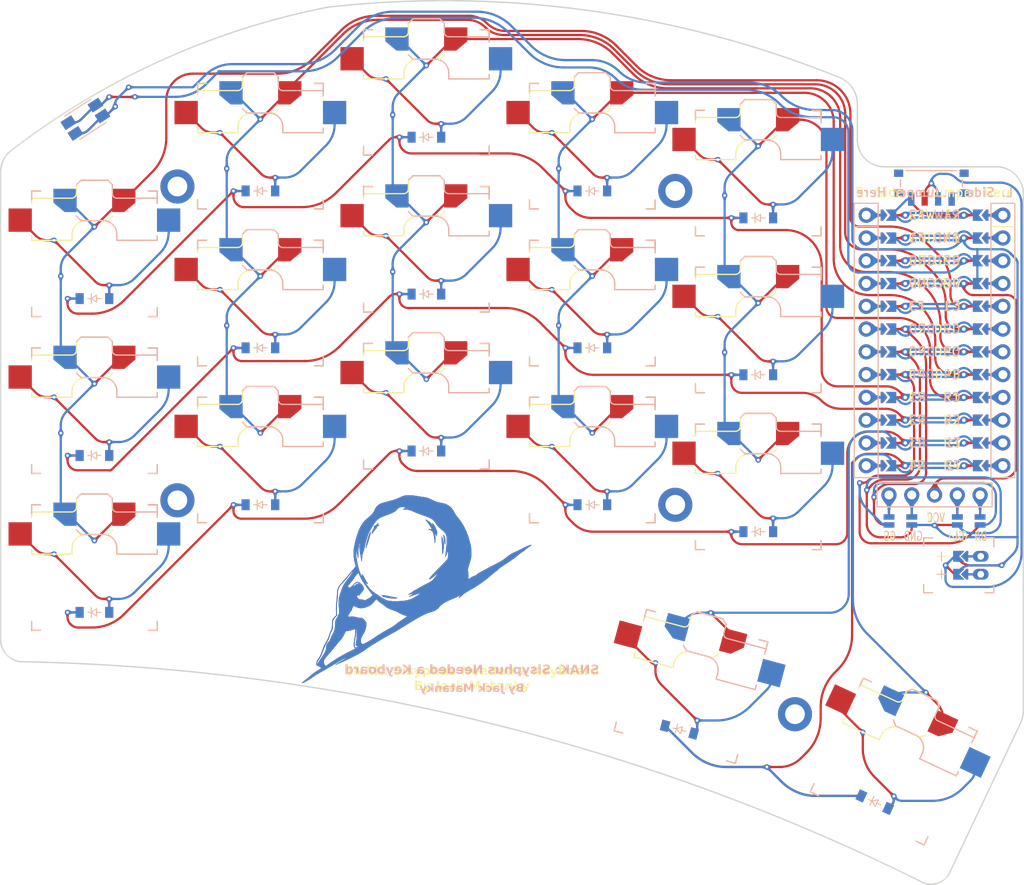
<source format=kicad_pcb>
(kicad_pcb (version 20221018) (generator pcbnew)
  (title_block (title "snak") (rev "0.1") (company "JackMatanky"))
  (layers (0 "F.Cu" signal) (31 "B.Cu" signal) (34 "B.Paste" user) (35 "F.Paste" user) (36 "B.SilkS" user "B.Silkscreen") (37 "F.SilkS" user "F.Silkscreen") (38 "B.Mask" user) (39 "F.Mask" user) (44 "Edge.Cuts" user))
  (net 0 "")
  (net 1 "C1")
  (net 2 "pinky_bot")
  (net 3 "pinky_mid")
  (net 4 "pinky_top")
  (net 5 "C2")
  (net 6 "ring_bot")
  (net 7 "ring_mid")
  (net 8 "ring_top")
  (net 9 "C3")
  (net 10 "middle_bot")
  (net 11 "middle_mid")
  (net 12 "middle_top")
  (net 13 "C4")
  (net 14 "index_bot")
  (net 15 "index_mid")
  (net 16 "index_top")
  (net 17 "C5")
  (net 18 "inner_bot")
  (net 19 "inner_mid")
  (net 20 "inner_top")
  (net 21 "T1")
  (net 22 "out_home")
  (net 23 "T2")
  (net 24 "in_home")
  (net 25 "R3")
  (net 26 "R2")
  (net 27 "R1")
  (net 28 "R4")
  (net 29 "RAW")
  (net 30 "GND")
  (net 31 "RST")
  (net 32 "VCC")
  (net 33 "F4")
  (net 34 "F2")
  (net 35 "F1")
  (net 36 "F3")
  (net 37 "DPD")
  (net 38 "DPC")
  (net 39 "DPE")
  (net 40 "MCU1_24")
  (net 41 "MCU1_1")
  (net 42 "MCU1_23")
  (net 43 "MCU1_2")
  (net 44 "MCU1_22")
  (net 45 "MCU1_3")
  (net 46 "MCU1_21")
  (net 47 "MCU1_4")
  (net 48 "MCU1_20")
  (net 49 "MCU1_5")
  (net 50 "MCU1_19")
  (net 51 "MCU1_6")
  (net 52 "MCU1_18")
  (net 53 "MCU1_7")
  (net 54 "MCU1_17")
  (net 55 "MCU1_8")
  (net 56 "MCU1_16")
  (net 57 "MCU1_9")
  (net 58 "MCU1_15")
  (net 59 "MCU1_10")
  (net 60 "MCU1_14")
  (net 61 "MCU1_11")
  (net 62 "MCU1_13")
  (net 63 "MCU1_12")
  (net 64 "DISP1_1")
  (net 65 "DISP1_2")
  (net 66 "DISP1_4")
  (net 67 "DISP1_5")
  (net 68 "pos")
  (net 69 "JST1_1")
  (net 70 "JST1_2")
  (footprint "VIA-0.6mm" (layer "F.Cu") (at 169.5 54.5)
    (fp_text reference "REF**" hide)
    (fp_text value "VIA-0.6mm" hide)
  )
  (footprint "VIA-0.6mm" (layer "F.Cu") (at 102.42 48.6 123)
    (fp_text reference "REF**" hide)
    (fp_text value "VIA-0.6mm" hide)
  )
  (footprint "PG1350" (layer "F.Cu") (at 155.5 70.5)
    (fp_text reference "S11" hide)
    (fp_text value "")
  )
  (footprint "VIA-0.6mm" (layer "F.Cu") (at 175.65 77)
    (fp_text reference "REF**" hide)
    (fp_text value "VIA-0.6mm" hide)
  )
  (footprint "ComboDiode" (layer "F.Cu") (at 155.5 93)
    (fp_text reference "D10" hide)
    (fp_text value "" hide)
  )
  (footprint "VIA-0.6mm" (layer "F.Cu") (at 186.1 91.35)
    (fp_text reference "REF**" hide)
    (fp_text value "VIA-0.6mm" hide)
  )
  (footprint "PG1350" (layer "F.Cu") (at 118.5 53)
    (fp_text reference "S6" hide)
    (fp_text value "")
  )
  (footprint "mounting_hole" (layer "F.Cu") (at 164.75 58)
    (fp_text reference "H3" hide)
    (fp_text value "")
  )
  (footprint "VIA-0.6mm" (layer "F.Cu") (at 132.5 45.5)
    (fp_text reference "REF**" hide)
    (fp_text value "VIA-0.6mm" hide)
  )
  (footprint "PG1350" (layer "F.Cu") (at 174 73.5)
    (fp_text reference "S14" hide)
    (fp_text value "")
  )
  (footprint "VIA-0.6mm" (layer "F.Cu") (at 97 87.5)
    (fp_text reference "REF**" hide)
    (fp_text value "VIA-0.6mm" hide)
  )
  (footprint "VIA-0.6mm" (layer "F.Cu") (at 192.692132 113.931374 -25)
    (fp_text reference "REF**" hide)
    (fp_text value "VIA-0.6mm" hide)
  )
  (footprint "graphics:sisyphus_kicad_img" (layer "F.Cu") (at 135.88 100.82)
    (fp_text reference "")
    (fp_text value "" hide)
  )
  (footprint "VIA-0.6mm" (layer "F.Cu") (at 157.15 91.5)
    (fp_text reference "REF**" hide)
    (fp_text value "VIA-0.6mm" hide)
  )
  (footprint "VIA-0.6mm" (layer "F.Cu") (at 174 70.5)
    (fp_text reference "REF**" hide)
    (fp_text value "VIA-0.6mm" hide)
  )
  (footprint "ComboDiode" (layer "F.Cu") (at 165.205905 118.079629 -15)
    (fp_text reference "D16" hide)
    (fp_text value "" hide)
  )
  (footprint "VIA-0.6mm" (layer "F.Cu") (at 95.5 63.5)
    (fp_text reference "REF**" hide)
    (fp_text value "VIA-0.6mm" hide)
  )
  (footprint "VIA-0.6mm" (layer "F.Cu") (at 171 61)
    (fp_text reference "REF**" hide)
    (fp_text value "VIA-0.6mm" hide)
  )
  (footprint "VIA-0.6mm" (layer "F.Cu") (at 138.65 85.5)
    (fp_text reference "REF**" hide)
    (fp_text value "VIA-0.6mm" hide)
  )
  (footprint "ComboDiode" (layer "F.Cu") (at 100 105)
    (fp_text reference "D1" hide)
    (fp_text value "" hide)
  )
  (footprint "PG1350" (layer "F.Cu") (at 118.5 88)
    (fp_text reference "S4" hide)
    (fp_text value "")
  )
  (footprint "VIA-0.6mm" (layer "F.Cu") (at 104.51 47.5 123)
    (fp_text reference "REF**" hide)
    (fp_text value "VIA-0.6mm" hide)
  )
  (footprint "VIA-0.6mm" (layer "F.Cu") (at 133.25 49.5)
    (fp_text reference "REF**" hide)
    (fp_text value "VIA-0.6mm" hide)
  )
  (footprint "VIA-0.6mm" (layer "F.Cu") (at 101.65 103.5)
    (fp_text reference "REF**" hide)
    (fp_text value "VIA-0.6mm" hide)
  )
  (footprint "VIA-0.6mm" (layer "F.Cu") (at 194.875 99.75 -90)
    (fp_text reference "REF**" hide)
    (fp_text value "VIA-0.6mm" hide)
  )
  (footprint "VIA-0.6mm" (layer "F.Cu") (at 137 61.5)
    (fp_text reference "REF**" hide)
    (fp_text value "VIA-0.6mm" hide)
  )
  (footprint "VIA-0.6mm" (layer "F.Cu") (at 151 86.5)
    (fp_text reference "REF**" hide)
    (fp_text value "VIA-0.6mm" hide)
  )
  (footprint "VIA-0.6mm" (layer "F.Cu") (at 169.5 72)
    (fp_text reference "REF**" hide)
    (fp_text value "VIA-0.6mm" hide)
  )
  (footprint "VIA-0.6mm" (layer "F.Cu") (at 115.5 58)
    (fp_text reference "REF**" hide)
    (fp_text value "VIA-0.6mm" hide)
  )
  (footprint "PG1350" (layer "F.Cu") (at 137 64.5)
    (fp_text reference "S8" hide)
    (fp_text value "")
  )
  (footprint "VIA-0.6mm" (layer "F.Cu") (at 97 70)
    (fp_text reference "REF**" hide)
    (fp_text value "VIA-0.6mm" hide)
  )
  (footprint "VIA-0.6mm" (layer "F.Cu") (at 120.15 74)
    (fp_text reference "REF**" hide)
    (fp_text value "VIA-0.6mm" hide)
  )
  (footprint "VIA-0.6mm" (layer "F.Cu") (at 189.116121 125.504388 -25)
    (fp_text reference "REF**" hide)
    (fp_text value "VIA-0.6mm" hide)
  )
  (footprint "VIA-0.6mm" (layer "F.Cu") (at 100 62)
    (fp_text reference "REF**" hide)
    (fp_text value "VIA-0.6mm" hide)
  )
  (footprint "VIA-0.6mm" (layer "F.Cu") (at 96.25 85)
    (fp_text reference "REF**" hide)
    (fp_text value "VIA-0.6mm" hide)
  )
  (footprint "VIA-0.6mm" (layer "F.Cu") (at 118.5 85)
    (fp_text reference "REF**" hide)
    (fp_text value "VIA-0.6mm" hide)
  )
  (footprint "VIA-0.6mm" (layer "F.Cu") (at 118.5 67.5)
    (fp_text reference "REF**" hide)
    (fp_text value "VIA-0.6mm" hide)
  )
  (footprint "nice_nano" (layer "F.Cu") (at 193.65 73.4)
    (fp_text reference "MCU1" hide)
    (fp_text value "")
  )
  (footprint "mounting_hole" (layer "F.Cu") (at 109.25 57.5)
    (fp_text reference "H1" hide)
    (fp_text value "")
  )
  (footprint "VIA-0.6mm" (layer "F.Cu") (at 152.5 58)
    (fp_text reference "REF**" hide)
    (fp_text value "VIA-0.6mm" hide)
  )
  (footprint "VIA-0.6mm" (layer "F.Cu") (at 171 96)
    (fp_text reference "REF**" hide)
    (fp_text value "VIA-0.6mm" hide)
  )
  (footprint "VIA-0.6mm" (layer "F.Cu") (at 97 105)
    (fp_text reference "REF**" hide)
    (fp_text value "VIA-0.6mm" hide)
  )
  (footprint "VIA-0.6mm" (layer "F.Cu") (at 137 44)
    (fp_text reference "REF**" hide)
    (fp_text value "VIA-0.6mm" hide)
  )
  (footprint "VIA-0.6mm" (layer "F.Cu") (at 138.65 68)
    (fp_text reference "REF**" hide)
    (fp_text value "VIA-0.6mm" hide)
  )
  (footprint "VIA-0.6mm" (layer "F.Cu") (at 174 88)
    (fp_text reference "REF**" hide)
    (fp_text value "VIA-0.6mm" hide)
  )
  (footprint "VIA-0.6mm" (layer "F.Cu") (at 170.25 76)
    (fp_text reference "REF**" hide)
    (fp_text value "VIA-0.6mm" hide)
  )
  (footprint "nice!view" (layer "F.Cu") (at 193.65 75.2)
    (fp_text reference "DISP1" hide)
    (fp_text value "")
  )
  (footprint "VIA-0.6mm" (layer "F.Cu") (at 95.5 81)
    (fp_text reference "REF**" hide)
    (fp_text value "VIA-0.6mm" hide)
  )
  (footprint "VIA-0.6mm" (layer "F.Cu") (at 169.5 89.5)
    (fp_text reference "REF**" hide)
    (fp_text value "VIA-0.6mm" hide)
  )
  (footprint "ComboDiode" (layer "F.Cu") (at 137 87)
    (fp_text reference "D7" hide)
    (fp_text value "" hide)
  )
  (footprint "VIA-0.6mm" (layer "F.Cu") (at 151.75 55.5)
    (fp_text reference "REF**" hide)
    (fp_text value "VIA-0.6mm" hide)
  )
  (footprint "ComboDiode" (layer "F.Cu") (at 137 69.5)
    (fp_text reference "D8" hide)
    (fp_text value "" hide)
  )
  (footprint "VIA-0.6mm" (layer "F.Cu") (at 155.5 67.5)
    (fp_text reference "REF**" hide)
    (fp_text value "VIA-0.6mm" hide)
  )
  (footprint "PG1350" (layer "F.Cu") (at 155.5 88)
    (fp_text reference "S10" hide)
    (fp_text value "")
  )
  (footprint "PG1350" (layer "F.Cu") (at 174 91)
    (fp_text reference "S13" hide)
    (fp_text value "")
  )
  (footprint "ComboDiode" (layer "F.Cu") (at 100 87.5)
    (fp_text reference "D2" hide)
    (fp_text value "" hide)
  )
  (footprint "VIA-0.6mm" (layer "F.Cu") (at 171 78.5)
    (fp_text reference "REF**" hide)
    (fp_text value "VIA-0.6mm" hide)
  )
  (footprint "VIA-0.6mm" (layer "F.Cu") (at 152.5 75.5)
    (fp_text reference "REF**" hide)
    (fp_text value "VIA-0.6mm" hide)
  )
  (footprint "VIA-0.6mm" (layer "F.Cu") (at 101.65 68.5)
    (fp_text reference "REF**" hide)
    (fp_text value "VIA-0.6mm" hide)
  )
  (footprint "PG1350" (layer "F.Cu") (at 137 82)
    (fp_text reference "S7" hide)
    (fp_text value "")
  )
  (footprint "VIA-0.6mm" (layer "F.Cu") (at 133.25 67)
    (fp_text reference "REF**" hide)
    (fp_text value "VIA-0.6mm" hide)
  )
  (footprint "VIA-0.6mm" (layer "F.Cu") (at 186.9 92.15)
    (fp_text reference "REF**" hide)
    (fp_text value "VIA-0.6mm" hide)
  )
  (footprint "ComboDiode" (layer "F.Cu") (at 137 52)
    (fp_text reference "D9" hide)
    (fp_text value "" hide)
  )
  (footprint "ComboDiode" (layer "F.Cu") (at 155.5 75.5)
    (fp_text reference "D11" hide)
    (fp_text value "" hide)
  )
  (footprint "VIA-0.6mm" (layer "F.Cu") (at 114 51.5)
    (fp_text reference "REF**" hide)
    (fp_text value "VIA-0.6mm" hide)
  )
  (footprint "VIA-0.6mm" (layer "F.Cu") (at 201.15 99.75 -90)
    (fp_text reference "REF**" hide)
    (fp_text value "VIA-0.6mm" hide)
  )
  (footprint "VIA-0.6mm" (layer "F.Cu") (at 120.15 91.5)
    (fp_text reference "REF**" hide)
    (fp_text value "VIA-0.6mm" hide)
  )
  (footprint "PG1350" (layer "F.Cu") (at 137 47)
    (fp_text reference "S9" hide)
    (fp_text value "")
  )
  (footprint "VIA-0.6mm" (layer "F.Cu") (at 95.5 98.5)
    (fp_text reference "REF**" hide)
    (fp_text value "VIA-0.6mm" hide)
  )
  (footprint "ComboDiode" (layer "F.Cu") (at 118.5 93)
    (fp_text reference "D4" hide)
    (fp_text value "" hide)
  )
  (footprint "VIA-0.6mm" (layer "F.Cu") (at 115.5 93)
    (fp_text reference "REF**" hide)
    (fp_text value "VIA-0.6mm" hide)
  )
  (footprint "ComboDiode" (layer "F.Cu") (at 118.5 75.5)
    (fp_text reference "D5" hide)
    (fp_text value "" hide)
  )
  (footprint "VIA-0.6mm" (layer "F.Cu") (at 138.65 50.5)
    (fp_text reference "REF**" hide)
    (fp_text value "VIA-0.6mm" hide)
  )
  (footprint "mounting_hole" (layer "F.Cu") (at 164.75 93)
    (fp_text reference "H4" hide)
    (fp_text value "")
  )
  (footprint "VIA-0.6mm" (layer "F.Cu") (at 174.959897 122.246118 -15)
    (fp_text reference "REF**" hide)
    (fp_text value "VIA-0.6mm" hide)
  )
  (footprint "ComboDiode" (layer "F.Cu") (at 118.5 58)
    (fp_text reference "D6" hide)
    (fp_text value "" hide)
  )
  (footprint "VIA-0.6mm" (layer "F.Cu") (at 114 69)
    (fp_text reference "REF**" hide)
    (fp_text value "VIA-0.6mm" hide)
  )
  (footprint "VIA-0.6mm" (layer "F.Cu") (at 100 97)
    (fp_text reference "REF**" hide)
    (fp_text value "VIA-0.6mm" hide)
  )
  (footprint "mounting_hole" (layer "F.Cu") (at 178.09111 116.355829 -15)
    (fp_text reference "H5" hide)
    (fp_text value "")
  )
  (footprint "VIA-0.6mm" (layer "F.Cu") (at 134 69.5)
    (fp_text reference "REF**" hide)
    (fp_text value "VIA-0.6mm" hide)
  )
  (footprint "VIA-0.6mm" (layer "F.Cu") (at 118.5 50)
    (fp_text reference "REF**" hide)
    (fp_text value "VIA-0.6mm" hide)
  )
  (footprint "ComboDiode" (layer "F.Cu") (at 186.986786 126.166529 -25)
    (fp_text reference "D17" hide)
    (fp_text value "" hide)
  )
  (footprint "VIA-0.6mm" (layer "F.Cu") (at 101.72 47.37 123)
    (fp_text reference "REF**" hide)
    (fp_text value "VIA-0.6mm" hide)
  )
  (footprint "VIA-0.6mm" (layer "F.Cu") (at 132.5 80.5)
    (fp_text reference "REF**" hide)
    (fp_text value "VIA-0.6mm" hide)
  )
  (footprint "VIA-0.6mm" (layer "F.Cu") (at 120.15 56.5)
    (fp_text reference "REF**" hide)
    (fp_text value "VIA-0.6mm" hide)
  )
  (footprint "VIA-0.6mm" (layer "F.Cu") (at 168.699962 105.039631 -15)
    (fp_text reference "REF**" hide)
    (fp_text value "VIA-0.6mm" hide)
  )
  (footprint "ComboDiode" (layer "F.Cu") (at 155.5 58)
    (fp_text reference "D12" hide)
    (fp_text value "" hide)
  )
  (footprint "sw_reset_side" (layer "F.Cu") (at 99 50 123)
    (fp_text reference "SW2" hide)
    (fp_text value "")
  )
  (footprint "VIA-0.6mm" (layer "F.Cu") (at 151 69)
    (fp_text reference "REF**" hide)
    (fp_text value "VIA-0.6mm" hide)
  )
  (footprint "VIA-0.6mm" (layer "F.Cu") (at 115.5 75.5)
    (fp_text reference "REF**" hide)
    (fp_text value "VIA-0.6mm" hide)
  )
  (footprint "ComboDiode" (layer "F.Cu") (at 174 78.5)
    (fp_text reference "D14" hide)
    (fp_text value "" hide)
  )
  (footprint "VIA-0.6mm" (layer "F.Cu") (at 193.3 57.15 90)
    (fp_text reference "REF**" hide)
    (fp_text value "VIA-0.6mm" hide)
  )
  (footprint "VIA-0.6mm" (layer "F.Cu") (at 152.5 93)
    (fp_text reference "REF**" hide)
    (fp_text value "VIA-0.6mm" hide)
  )
  (footprint "PG1350" (layer "F.Cu") (at 100 100)
    (fp_text reference "S1" hide)
    (fp_text value "")
  )
  (footprint "VIA-0.6mm" (layer "F.Cu") (at 167.187911 117.057792 -15)
    (fp_text reference "REF**" hide)
    (fp_text value "VIA-0.6mm" hide)
  )
  (footprint "VIA-0.6mm" (layer "F.Cu") (at 103.815585 46.430695 123)
    (fp_text reference "REF**" hide)
    (fp_text value "VIA-0.6mm" hide)
  )
  (footprint "VIA-0.6mm" (layer "F.Cu") (at 155.5 85)
    (fp_text reference "REF**" hide)
    (fp_text value "VIA-0.6mm" hide)
  )
  (footprint "VIA-0.6mm" (layer "F.Cu") (at 151 51.5)
    (fp_text reference "REF**" hide)
    (fp_text value "VIA-0.6mm" hide)
  )
  (footprint "PG1350" (layer "F.Cu") (at 100 65)
    (fp_text reference "S3" hide)
    (fp_text value "")
  )
  (footprint "JST_PH_S2B-PH-K" (layer "F.Cu") (at 198.8 99.75 -90)
    (fp_text reference "JST1" hide)
    (fp_text value "")
  )
  (footprint "VIA-0.6mm" (layer "F.Cu") (at 157.15 56.5)
    (fp_text reference "REF**" hide)
    (fp_text value "VIA-0.6mm" hide)
  )
  (footprint "ComboDiode" (layer "F.Cu") (at 174 61)
    (fp_text reference "D15" hide)
    (fp_text value "" hide)
  )
  (footprint "VIA-0.6mm" (layer "F.Cu") (at 114.75 55.5)
    (fp_text reference "REF**" hide)
    (fp_text value "VIA-0.6mm" hide)
  )
  (footprint "VIA-0.6mm" (layer "F.Cu") (at 114 86.5)
    (fp_text reference "REF**" hide)
    (fp_text value "VIA-0.6mm" hide)
  )
  (footprint "VIA-0.6mm" (layer "F.Cu") (at 101.65 86)
    (fp_text reference "REF**" hide)
    (fp_text value "VIA-0.6mm" hide)
  )
  (footprint "mounting_hole" (layer "F.Cu") (at 109.25 92.5)
    (fp_text reference "H2" hide)
    (fp_text value "")
  )
  (footprint "PG1350" (layer "F.Cu") (at 100 82.5)
    (fp_text reference "S2" hide)
    (fp_text value "")
  )
  (footprint "VIA-0.6mm" (layer "F.Cu") (at 170.25 58.5)
    (fp_text reference "REF**" hide)
    (fp_text value "VIA-0.6mm" hide)
  )
  (footprint "VIA-0.6mm" (layer "F.Cu") (at 134 52)
    (fp_text reference "REF**" hide)
    (fp_text value "VIA-0.6mm" hide)
  )
  (footprint "VIA-0.6mm" (layer "F.Cu") (at 185.655419 118.373746 -25)
    (fp_text reference "REF**" hide)
    (fp_text value "VIA-0.6mm" hide)
  )
  (footprint "PG1350" (layer "F.Cu") (at 118.5 70.5)
    (fp_text reference "S5" hide)
    (fp_text value "")
  )
  (footprint "PG1350" (layer "F.Cu") (at 166.5 113.25 -15)
    (fp_text reference "S16" hide)
    (fp_text value "")
  )
  (footprint "graphics:sisyphus_text" (layer "F.Cu") (at 142.07 112.52)
    (fp_text reference "REF**" hide)
    (fp_text value "sisyphus_text" hide)
  )
  (footprint "VIA-0.6mm" (layer "F.Cu") (at 157.15 74)
    (fp_text reference "REF**" hide)
    (fp_text value "VIA-0.6mm" hide)
  )
  (footprint "VIA-0.6mm" (layer "F.Cu") (at 114.75 73)
    (fp_text reference "REF**" hide)
    (fp_text value "VIA-0.6mm" hide)
  )
  (footprint "VIA-0.6mm" (layer "F.Cu") (at 100 79.5)
    (fp_text reference "REF**" hide)
    (fp_text value "VIA-0.6mm" hide)
  )
  (footprint "VIA-0.6mm" (layer "F.Cu") (at 174 53)
    (fp_text reference "REF**" hide)
    (fp_text value "VIA-0.6mm" hide)
  )
  (footprint "VIA-0.6mm" (layer "F.Cu") (at 137 79)
    (fp_text reference "REF**" hide)
    (fp_text value "VIA-0.6mm" hide)
  )
  (footprint "VIA-0.6mm" (layer "F.Cu") (at 185.3 90.55)
    (fp_text reference "REF**" hide)
    (fp_text value "VIA-0.6mm" hide)
  )
  (footprint "VIA-0.6mm" (layer "F.Cu") (at 96.25 67.5)
    (fp_text reference "REF**" hide)
    (fp_text value "VIA-0.6mm" hide)
  )
  (footprint "ComboDiode" (layer "F.Cu") (at 174 96)
    (fp_text reference "D13" hide)
    (fp_text value "" hide)
  )
  (footprint "VIA-0.6mm" (layer "F.Cu") (at 151.75 73)
    (fp_text reference "REF**" hide)
    (fp_text value "VIA-0.6mm" hide)
  )
  (footprint "VIA-0.6mm" (layer "F.Cu") (at 193.65 95.3)
    (fp_text reference "REF**" hide)
    (fp_text value "VIA-0.6mm" hide)
  )
  (footprint "VIA-0.6mm" (layer "F.Cu") (at 175.65 94.5)
    (fp_text reference "REF**" hide)
    (fp_text value "VIA-0.6mm" hide)
  )
  (footprint "VIA-0.6mm" (layer "F.Cu") (at 155.5 50)
    (fp_text reference "REF**" hide)
    (fp_text value "VIA-0.6mm" hide)
  )
  (footprint "PG1350" (layer "F.Cu") (at 189.099877 121.63499 -25)
    (fp_text reference "S17" hide)
    (fp_text value "")
  )
  (footprint "power_switch" (layer "F.Cu") (at 193.3 57.15 90)
    (fp_text reference "SW1" hide)
    (fp_text value "")
  )
  (footprint "VIA-0.6mm" (layer "F.Cu") (at 175.65 59.5)
    (fp_text reference "REF**" hide)
    (fp_text value "VIA-0.6mm" hide)
  )
  (footprint "VIA-0.6mm" (layer "F.Cu") (at 134 87)
    (fp_text reference "REF**" hide)
    (fp_text value "VIA-0.6mm" hide)
  )
  (footprint "PG1350" (layer "F.Cu") (at 174 56)
    (fp_text reference "S15" hide)
    (fp_text value "")
  )
  (footprint "ComboDiode" (layer "F.Cu") (at 100 70)
    (fp_text reference "D3" hide)
    (fp_text value "" hide)
  )
  (footprint "PG1350" (layer "F.Cu") (at 155.5 53)
    (fp_text reference "S12" hide)
    (fp_text value "")
  )
  (footprint "VIA-0.6mm" (layer "F.Cu") (at 162.541562 110.636426 -15)
    (fp_text reference "REF**" hide)
    (fp_text value "VIA-0.6mm" hide)
  )
  (footprint "VIA-0.6mm" (layer "F.Cu") (at 132.5 63)
    (fp_text reference "REF**" hide)
    (fp_text value "VIA-0.6mm" hide)
  )
  (gr_arc (start 200.55 55.3) (mid 202.671321 56.178679) (end 203.55 58.3) (stroke (width 0.15)) (layer "Edge.Cuts"))
  (gr_line (start 185.05 52.25) (end 185.05 48.5) (stroke (width 0.15)) (layer "Edge.Cuts"))
  (gr_line (start 89.55 108.14) (end 89.55 55.85) (stroke (width 0.15)) (layer "Edge.Cuts"))
  (gr_arc (start 188 55.3) (mid 185.893325 54.385965) (end 185.05 52.25) (stroke (width 0.15)) (layer "Edge.Cuts"))
  (gr_arc (start 195.28 134.15) (mid 194.081085 135.180919) (end 192.5 135.2) (stroke (width 0.15)) (layer "Edge.Cuts"))
  (gr_arc (start 91.73 110.5) (mid 143.494118 117.223532) (end 192.5 135.2) (stroke (width 0.15)) (layer "Edge.Cuts"))
  (gr_arc (start 203.55 115.55) (mid 203.509991 116.359624) (end 203.33 117.15) (stroke (width 0.15)) (layer "Edge.Cuts"))
  (gr_arc (start 89.55 55.85) (mid 89.852641 54.541718) (end 90.7 53.5) (stroke (width 0.15)) (layer "Edge.Cuts"))
  (gr_arc (start 90.7 53.5) (mid 107.420831 43.45002) (end 126 37.5) (stroke (width 0.15)) (layer "Edge.Cuts"))
  (gr_line (start 188 55.3) (end 200.55 55.3) (stroke (width 0.15)) (layer "Edge.Cuts"))
  (gr_arc (start 126 37.5) (mid 155.093749 37.875008) (end 183.2 45.4) (stroke (width 0.15)) (layer "Edge.Cuts"))
  (gr_arc (start 91.73 110.5) (mid 90.210514 109.716728) (end 89.55 108.14) (stroke (width 0.15)) (layer "Edge.Cuts"))
  (gr_line (start 203.55 58.3) (end 203.55 115.55) (stroke (width 0.15)) (layer "Edge.Cuts"))
  (gr_line (start 203.33 117.15) (end 195.28 134.15) (stroke (width 0.15)) (layer "Edge.Cuts"))
  (gr_arc (start 183.2 45.4) (mid 184.595474 46.669233) (end 185.05 48.5) (stroke (width 0.15)) (layer "Edge.Cuts"))
  (gr_text "SNAK: Sisyphus Needed a Keyboard\nBy Jack Matanky" (at 142.06 113.83) (layer "F.SilkS") (effects (font (size 1 1) (thickness 0.125)) (justify bottom)))
  (segment (start 184.27 60.979878) (end 184.27 49.388563) (width 0.25) (layer "F.Cu") (net 1))
  (segment (start 108.01 47.880365) (end 108.01 52.061036) (width 0.25) (layer "F.Cu") (net 1))
  (segment (start 102.95 59.05) (end 100 62) (width 0.25) (layer "F.Cu") (net 1))
  (segment (start 195.78 70.51) (end 195.853521 70.583521) (width 0.25) (layer "F.Cu") (net 1))
  (segment (start 158.126584 41.743792) (end 160.438999 44.056207) (width 0.25) (layer "F.Cu") (net 1))
  (segment (start 102.95 76.55) (end 100 79.5) (width 0.25) (layer "F.Cu") (net 1))
  (segment (start 110.980365 44.91) (end 120.41964 44.91) (width 0.25) (layer "F.Cu") (net 1))
  (segment (start 141.731385 38.46) (end 131.377567 38.46) (width 0.25) (layer "F.Cu") (net 1))
  (segment (start 198.43 70.86) (end 196.91 70.86) (width 0.25) (layer "F.Cu") (net 1))
  (segment (start 145.811406 40.15) (end 154.278828 40.15) (width 0.25) (layer "F.Cu") (net 1))
  (segment (start 185.260121 61.97) (end 188.676036 61.97) (width 0.25) (layer "F.Cu") (net 1))
  (segment (start 102.95 94.05) (end 100 97) (width 0.25) (layer "F.Cu") (net 1))
  (segment (start 106.416207 55.908792) (end 103.275 59.05) (width 0.25) (layer "F.Cu") (net 1))
  (segment (start 194.125387 65.165387) (end 192.523792 63.563792) (width 0.25) (layer "F.Cu") (net 1))
  (segment (start 195.43 69.665025) (end 195.43 68.315) (width 0.25) (layer "F.Cu") (net 1))
  (segment (start 180.531436 45.65) (end 164.286755 45.65) (width 0.25) (layer "F.Cu") (net 1))
  (segment (start 196.521 70.86) (end 196.912 70.86) (width 0.25) (layer "F.Cu") (net 1))
  (segment (start 127.529811 40.053792) (end 124.267396 43.316207) (width 0.25) (layer "F.Cu") (net 1))
  (arc (start 164.286755 45.65) (mid 162.204364 45.235786) (end 160.438999 44.056207) (width 0.25) (layer "F.Cu") (net 1))
  (arc (start 184.27 49.388563) (mid 183.985418 47.957877) (end 183.175 46.745) (width 0.25) (layer "F.Cu") (net 1))
  (arc (start 180.531436 45.65) (mid 181.962122 45.934581) (end 183.175 46.745) (width 0.25) (layer "F.Cu") (net 1))
  (arc (start 196.521 70.86) (mid 196.159763 70.788145) (end 195.853521 70.583521) (width 0.25) (layer "F.Cu") (net 1))
  (arc (start 185.260121 61.97) (mid 184.881218 61.894631) (end 184.56 61.68) (width 0.25) (layer "F.Cu") (net 1))
  (arc (start 143.771396 39.305) (mid 144.70736 39.930391) (end 145.811406 40.15) (width 0.25) (layer "F.Cu") (net 1))
  (arc (start 188.676036 61.97) (mid 190.758426 62.384213) (end 192.523792 63.563792) (width 0.25) (layer "F.Cu") (net 1))
  (arc (start 141.731385 38.46) (mid 142.835431 38.679608) (end 143.771396 39.305) (width 0.25) (layer "F.Cu") (net 1))
  (arc (start 194.125387 65.165387) (mid 195.090942 66.610442) (end 195.43 68.315) (width 0.25) (layer "F.Cu") (net 1))
  (arc (start 110.980365 44.91) (mid 109.843655 45.136105) (end 108.88 45.78) (width 0.25) (layer "F.Cu") (net 1))
  (arc (start 195.43 69.665025) (mid 195.520962 70.122322) (end 195.78 70.51) (width 0.25) (layer "F.Cu") (net 1))
  (arc (start 106.416207 55.908792) (mid 107.595786 54.143426) (end 108.01 52.061036) (width 0.25) (layer "F.Cu") (net 1))
  (arc (start 108.01 47.880365) (mid 108.236105 46.743655) (end 108.88 45.78) (width 0.25) (layer "F.Cu") (net 1))
  (arc (start 120.41964 44.91) (mid 122.50203 44.495786) (end 124.267396 43.316207) (width 0.25) (layer "F.Cu") (net 1))
  (arc (start 154.278828 40.15) (mid 156.361218 40.564213) (end 158.126584 41.743792) (width 0.25) (layer "F.Cu") (net 1))
  (arc (start 184.27 60.979878) (mid 184.345368 61.358781) (end 184.56 61.68) (width 0.25) (layer "F.Cu") (net 1))
  (arc (start 127.529811 40.053792) (mid 129.295176 38.874213) (end 131.377567 38.46) (width 0.25) (layer "F.Cu") (net 1))
  (segment (start 100 62) (end 97.05 59.05) (width 0.25) (layer "B.Cu") (net 1))
  (segment (start 96.25 85) (end 96.25 84.125) (width 0.25) (layer "B.Cu") (net 1))
  (segment (start 191.106511 71.213582) (end 190.925 71.4) (width 0.25) (layer "B.Cu") (net 1))
  (segment (start 191.263639 71.11) (end 196.483223 71.11) (width 0.25) (layer "B.Cu") (net 1))
  (segment (start 96.25 85) (end 96.25 93.575) (width 0.25) (layer "B.Cu") (net 1))
  (segment (start 190.39 71.59) (end 190.474811 71.59) (width 0.25) (layer "B.Cu") (net 1))
  (segment (start 100 79.5) (end 97.05 76.55) (width 0.25) (layer "B.Cu") (net 1))
  (segment (start 97.05 94.05) (end 100 97) (width 0.25) (layer "B.Cu") (net 1))
  (segment (start 96.25 67.5) (end 96.25 76.075) (width 0.25) (layer "B.Cu") (net 1))
  (segment (start 100 79.5) (end 96.868718 82.631281) (width 0.25) (layer "B.Cu") (net 1))
  (segment (start 189.792512 71.342512) (end 189.462027 71.012027) (width 0.25) (layer "B.Cu") (net 1))
  (segment (start 191.155 71.155) (end 191.113535 71.196464) (width 0.25) (layer "B.Cu") (net 1))
  (segment (start 96.25 66.625) (end 96.25 67.5) (width 0.25) (layer "B.Cu") (net 1))
  (segment (start 100 62) (end 96.868718 65.131281) (width 0.25) (layer "B.Cu") (net 1))
  (arc (start 191.11 71.205) (mid 191.110918 71.20038) (end 191.113535 71.196464) (width 0.25) (layer "B.Cu") (net 1))
  (arc (start 191.263639 71.11) (mid 191.204844 71.121695) (end 191.155 71.155) (width 0.25) (layer "B.Cu") (net 1))
  (arc (start 190.925 71.4) (mid 190.719131 71.540554) (end 190.474811 71.59) (width 0.25) (layer "B.Cu") (net 1))
  (arc (start 196.483223 71.11) (mid 196.646543 71.077513) (end 196.785 70.985) (width 0.25) (layer "B.Cu") (net 1))
  (arc (start 189.792512 71.342512) (mid 190.066642 71.525679) (end 190.39 71.59) (width 0.25) (layer "B.Cu") (net 1))
  (arc (start 189.462027 71.012027) (mid 189.293633 70.89951) (end 189.095 70.86) (width 0.25) (layer "B.Cu") (net 1))
  (arc (start 96.868718 82.631281) (mid 96.410799 83.316605) (end 96.25 84.125) (width 0.25) (layer "B.Cu") (net 1))
  (arc (start 96.868718 65.131281) (mid 96.410799 65.816605) (end 96.25 66.625) (width 0.25) (layer "B.Cu") (net 1))
  (arc (start 191.106511 71.213582) (mid 191.109094 71.209631) (end 191.11 71.205) (width 0.25) (layer "B.Cu") (net 1))
  (segment (start 93.435831 97.960831) (end 91.725 96.25) (width 0.25) (layer "F.Cu") (net 2))
  (segment (start 94.7375 98.5) (end 95.5 98.5) (width 0.25) (layer "F.Cu") (net 2))
  (segment (start 95.5 98.5) (end 100.093413 103.093413) (width 0.25) (layer "F.Cu") (net 2))
  (segment (start 101.65 103.5) (end 101.65 105) (width 0.25) (layer "F.Cu") (net 2))
  (segment (start 101.075 103.5) (end 101.65 103.5) (width 0.25) (layer "F.Cu") (net 2))
  (arc (start 101.075 103.5) (mid 100.543769 103.394331) (end 100.093413 103.093413) (width 0.25) (layer "F.Cu") (net 2))
  (arc (start 93.435831 97.960831) (mid 94.033041 98.359874) (end 94.7375 98.5) (width 0.25) (layer "F.Cu") (net 2))
  (segment (start 102.691842 103.5) (end 101.65 103.5) (width 0.25) (layer "B.Cu") (net 2))
  (segment (start 101.65 103.5) (end 101.65 105) (width 0.25) (layer "B.Cu") (net 2))
  (segment (start 108.275 97.604342) (end 108.275 96.25) (width 0.25) (layer "B.Cu") (net 2))
  (segment (start 107.317335 99.916348) (end 104.470377 102.763306) (width 0.25) (layer "B.Cu") (net 2))
  (arc (start 108.275 97.604342) (mid 108.02611 98.85559) (end 107.317335 99.916348) (width 0.25) (layer "B.Cu") (net 2))
  (arc (start 102.691842 103.5) (mid 103.654378 103.308539) (end 104.470377 102.763306) (width 0.25) (layer "B.Cu") (net 2))
  (segment (start 93.435831 80.460831) (end 91.725 78.75) (width 0.25) (layer "F.Cu") (net 3))
  (segment (start 95.5 81) (end 94.7375 81) (width 0.25) (layer "F.Cu") (net 3))
  (segment (start 101.65 86) (end 101.65 87.5) (width 0.25) (layer "F.Cu") (net 3))
  (segment (start 101.65 86) (end 101.075 86) (width 0.25) (layer "F.Cu") (net 3))
  (segment (start 100.093413 85.593413) (end 95.5 81) (width 0.25) (layer "F.Cu") (net 3))
  (arc (start 100.093413 85.593413) (mid 100.543769 85.894331) (end 101.075 86) (width 0.25) (layer "F.Cu") (net 3))
  (arc (start 93.435831 80.460831) (mid 94.033041 80.859874) (end 94.7375 81) (width 0.25) (layer "F.Cu") (net 3))
  (segment (start 108.275 80.104342) (end 108.275 78.75) (width 0.25) (layer "B.Cu") (net 3))
  (segment (start 104.470377 85.263306) (end 107.317335 82.416348) (width 0.25) (layer "B.Cu") (net 3))
  (segment (start 101.65 86) (end 102.691842 86) (width 0.25) (layer "B.Cu") (net 3))
  (segment (start 101.65 86) (end 101.65 87.5) (width 0.25) (layer "B.Cu") (net 3))
  (arc (start 104.470377 85.263306) (mid 103.654378 85.808539) (end 102.691842 86) (width 0.25) (layer "B.Cu") (net 3))
  (arc (start 108.275 80.104342) (mid 108.02611 81.35559) (end 107.317335 82.416348) (width 0.25) (layer "B.Cu") (net 3))
  (segment (start 95.5 63.5) (end 100.093413 68.093413) (width 0.25) (layer "F.Cu") (net 4))
  (segment (start 101.65 68.5) (end 101.65 70) (width 0.25) (layer "F.Cu") (net 4))
  (segment (start 101.075 68.5) (end 101.65 68.5) (width 0.25) (layer "F.Cu") (net 4))
  (segment (start 94.7375 63.5) (end 95.5 63.5) (width 0.25) (layer "F.Cu") (net 4))
  (segment (start 93.435831 62.960831) (end 91.725 61.25) (width 0.25) (layer "F.Cu") (net 4))
  (arc (start 93.435831 62.960831) (mid 94.033041 63.359874) (end 94.7375 63.5) (width 0.25) (layer "F.Cu") (net 4))
  (arc (start 101.075 68.5) (mid 100.543769 68.394331) (end 100.093413 68.093413) (width 0.25) (layer "F.Cu") (net 4))
  (segment (start 108.275 62.604342) (end 108.275 61.25) (width 0.25) (layer "B.Cu") (net 4))
  (segment (start 101.65 68.5) (end 101.65 70) (width 0.25) (layer "B.Cu") (net 4))
  (segment (start 107.317335 64.916348) (end 104.470377 67.763306) (width 0.25) (layer "B.Cu") (net 4))
  (segment (start 102.691842 68.5) (end 101.65 68.5) (width 0.25) (layer "B.Cu") (net 4))
  (arc (start 108.275 62.604342) (mid 108.02611 63.85559) (end 107.317335 64.916348) (width 0.25) (layer "B.Cu") (net 4))
  (arc (start 102.691842 68.5) (mid 103.654378 68.308539) (end 104.470377 67.763306) (width 0.25) (layer "B.Cu") (net 4))
  (segment (start 193.464573 67.074573) (end 192.503792 66.113792) (width 0.25) (layer "F.Cu") (net 5))
  (segment (start 194.9 70.54) (end 194.9 71.983101) (width 0.25) (layer "F.Cu") (net 5))
  (segment (start 157.940188 42.193792) (end 160.252603 44.506207) (width 0.25) (layer "F.Cu") (net 5))
  (segment (start 164.100359 46.1) (end 180.361141 46.1) (width 0.25) (layer "F.Cu") (net 5))
  (segment (start 127.716207 40.503792) (end 121.775 46.445) (width 0.25) (layer "F.Cu") (net 5))
  (segment (start 188.656036 64.52) (end 185.584888 64.52) (width 0.25) (layer "F.Cu") (net 5))
  (segment (start 121.45 64.55) (end 118.5 67.5) (width 0.25) (layer "F.Cu") (net 5))
  (segment (start 145.62501 40.6) (end 154.092432 40.6) (width 0.25) (layer "F.Cu") (net 5))
  (segment (start 183.69 49.428858) (end 183.69 62.625111) (width 0.25) (layer "F.Cu") (net 5))
  (segment (start 141.544989 38.91) (end 131.563963 38.91) (width 0.25) (layer "F.Cu") (net 5))
  (segment (start 121.45 47.05) (end 118.5 50) (width 0.25) (layer "F.Cu") (net 5))
  (segment (start 121.45 82.05) (end 118.5 85) (width 0.25) (layer "F.Cu") (net 5))
  (segment (start 198.43 73.4) (end 196.91 73.4) (width 0.25) (layer "F.Cu") (net 5))
  (segment (start 196.316898 73.4) (end 196.912 73.4) (width 0.25) (layer "F.Cu") (net 5))
  (arc (start 195.315 72.985) (mid 195.774674 73.292145) (end 196.316898 73.4) (width 0.25) (layer "F.Cu") (net 5))
  (arc (start 184.245 63.965) (mid 183.834239 63.350253) (end 183.69 62.625111) (width 0.25) (layer "F.Cu") (net 5))
  (arc (start 193.464573 67.074573) (mid 194.526944 68.664524) (end 194.9 70.54) (width 0.25) (layer "F.Cu") (net 5))
  (arc (start 164.100359 46.1) (mid 162.017968 45.685786) (end 160.252603 44.506207) (width 0.25) (layer "F.Cu") (net 5))
  (arc (start 188.656036 64.52) (mid 190.738426 64.934213) (end 192.503792 66.113792) (width 0.25) (layer "F.Cu") (net 5))
  (arc (start 154.092432 40.6) (mid 156.174822 41.014213) (end 157.940188 42.193792) (width 0.25) (layer "F.Cu") (net 5))
  (arc (start 184.245 63.965) (mid 184.859745 64.37576) (end 185.584888 64.52) (width 0.25) (layer "F.Cu") (net 5))
  (arc (start 143.585 39.755) (mid 142.649035 39.129608) (end 141.544989 38.91) (width 0.25) (layer "F.Cu") (net 5))
  (arc (start 143.585 39.755) (mid 144.520964 40.380391) (end 145.62501 40.6) (width 0.25) (layer "F.Cu") (net 5))
  (arc (start 182.715 47.075) (mid 183.436605 48.154959) (end 183.69 49.428858) (width 0.25) (layer "F.Cu") (net 5))
  (arc (start 182.715 47.075) (mid 181.63504 46.353394) (end 180.361141 46.1) (width 0.25) (layer "F.Cu") (net 5))
  (arc (start 194.9 71.983101) (mid 195.007854 72.525324) (end 195.315 72.985) (width 0.25) (layer "F.Cu") (net 5))
  (arc (start 127.716207 40.503792) (mid 129.481572 39.324213) (end 131.563963 38.91) (width 0.25) (layer "F.Cu") (net 5))
  (segment (start 115.368718 53.131281) (end 118.5 50) (width 0.25) (layer "B.Cu") (net 5))
  (segment (start 191.106511 73.753582) (end 190.924999 73.939999) (width 0.25) (layer "B.Cu") (net 5))
  (segment (start 118.5 67.5) (end 115.55 64.55) (width 0.25) (layer "B.Cu") (net 5))
  (segment (start 191.113535 73.736464) (end 191.154999 73.694999) (width 0.25) (layer "B.Cu") (net 5))
  (segment (start 115.55 82.05) (end 118.5 85) (width 0.25) (layer "B.Cu") (net 5))
  (segment (start 191.263639 73.65) (end 196.483223 73.65) (width 0.25) (layer "B.Cu") (net 5))
  (segment (start 189.792512 73.882512) (end 189.462027 73.552027) (width 0.25) (layer "B.Cu") (net 5))
  (segment (start 114.75 55.5) (end 114.75 64.075) (width 0.25) (layer "B.Cu") (net 5))
  (segment (start 118.5 50) (end 115.55 47.05) (width 0.25) (layer "B.Cu") (net 5))
  (segment (start 114.75 73) (end 114.75 72.125) (width 0.25) (layer "B.Cu") (net 5))
  (segment (start 190.39 74.13) (end 190.474811 74.13) (width 0.25) (layer "B.Cu") (net 5))
  (segment (start 118.5 67.5) (end 115.368718 70.631281) (width 0.25) (layer "B.Cu") (net 5))
  (segment (start 114.75 73) (end 114.75 81.575) (width 0.25) (layer "B.Cu") (net 5))
  (segment (start 114.75 54.625) (end 114.75 55.5) (width 0.25) (layer "B.Cu") (net 5))
  (arc (start 189.462027 73.552027) (mid 189.293633 73.43951) (end 189.095 73.4) (width 0.25) (layer "B.Cu") (net 5))
  (arc (start 190.924999 73.939999) (mid 190.719131 74.080554) (end 190.474811 74.13) (width 0.25) (layer "B.Cu") (net 5))
  (arc (start 191.106511 73.753582) (mid 191.109094 73.749631) (end 191.11 73.745) (width 0.25) (layer "B.Cu") (net 5))
  (arc (start 191.263639 73.65) (mid 191.204843 73.661694) (end 191.154999 73.694999) (width 0.25) (layer "B.Cu") (net 5))
  (arc (start 115.368718 70.631281) (mid 114.910799 71.316605) (end 114.75 72.125) (width 0.25) (layer "B.Cu") (net 5))
  (arc (start 115.368718 53.131281) (mid 114.910799 53.816605) (end 114.75 54.625) (width 0.25) (layer "B.Cu") (net 5))
  (arc (start 196.483223 73.65) (mid 196.646543 73.617513) (end 196.785 73.525) (width 0.25) (layer "B.Cu") (net 5))
  (arc (start 191.11 73.745) (mid 191.110918 73.74038) (end 191.113535 73.736464) (width 0.25) (layer "B.Cu") (net 5))
  (arc (start 189.792512 73.882512) (mid 190.066642 74.065679) (end 190.39 74.13) (width 0.25) (layer "B.Cu") (net 5))
  (segment (start 120.15 91.5) (end 119.575 91.5) (width 0.25) (layer "F.Cu") (net 6))
  (segment (start 113.2375 86.5) (end 114 86.5) (width 0.25) (layer "F.Cu") (net 6))
  (segment (start 120.15 91.5) (end 120.15 93) (width 0.25) (layer "F.Cu") (net 6))
  (segment (start 118.593413 91.093413) (end 114 86.5) (width 0.25) (layer "F.Cu") (net 6))
  (segment (start 111.935831 85.960831) (end 110.225 84.25) (width 0.25) (layer "F.Cu") (net 6))
  (arc (start 118.593413 91.093413) (mid 119.043769 91.394331) (end 119.575 91.5) (width 0.25) (layer "F.Cu") (net 6))
  (arc (start 111.935831 85.960831) (mid 112.533041 86.359874) (end 113.2375 86.5) (width 0.25) (layer "F.Cu") (net 6))
  (segment (start 120.15 91.5) (end 121.25 91.5) (width 0.25) (layer "B.Cu") (net 6))
  (segment (start 125.776211 88.073788) (end 123.127817 90.722182) (width 0.25) (layer "B.Cu") (net 6))
  (segment (start 126.775 85.6625) (end 126.775 84.25) (width 0.25) (layer "B.Cu") (net 6))
  (segment (start 120.15 91.5) (end 120.15 93) (width 0.25) (layer "B.Cu") (net 6))
  (arc (start 123.127817 90.722182) (mid 122.266267 91.297851) (end 121.25 91.5) (width 0.25) (layer "B.Cu") (net 6))
  (arc (start 126.775 85.6625) (mid 126.515423 86.967479) (end 125.776211 88.073788) (width 0.25) (layer "B.Cu") (net 6))
  (segment (start 114 69) (end 113.2375 69) (width 0.25) (layer "F.Cu") (net 7))
  (segment (start 114 69) (end 118.593413 73.593413) (width 0.25) (layer "F.Cu") (net 7))
  (segment (start 120.15 74) (end 120.15 75.5) (width 0.25) (layer "F.Cu") (net 7))
  (segment (start 120.15 74) (end 119.575 74) (width 0.25) (layer "F.Cu") (net 7))
  (segment (start 111.935831 68.460831) (end 110.225 66.75) (width 0.25) (layer "F.Cu") (net 7))
  (arc (start 118.593413 73.593413) (mid 119.043769 73.894331) (end 119.575 74) (width 0.25) (layer "F.Cu") (net 7))
  (arc (start 111.935831 68.460831) (mid 112.533041 68.859874) (end 113.2375 69) (width 0.25) (layer "F.Cu") (net 7))
  (segment (start 121.191842 74) (end 120.15 74) (width 0.25) (layer "B.Cu") (net 7))
  (segment (start 122.970377 73.263306) (end 125.817335 70.416348) (width 0.25) (layer "B.Cu") (net 7))
  (segment (start 120.15 74) (end 120.15 75.5) (width 0.25) (layer "B.Cu") (net 7))
  (segment (start 126.775 68.104342) (end 126.775 66.75) (width 0.25) (layer "B.Cu") (net 7))
  (arc (start 122.970377 73.263306) (mid 122.154378 73.808539) (end 121.191842 74) (width 0.25) (layer "B.Cu") (net 7))
  (arc (start 126.775 68.104342) (mid 126.52611 69.35559) (end 125.817335 70.416348) (width 0.25) (layer "B.Cu") (net 7))
  (segment (start 114 51.5) (end 118.593413 56.093413) (width 0.25) (layer "F.Cu") (net 8))
  (segment (start 111.935831 50.960831) (end 110.225 49.25) (width 0.25) (layer "F.Cu") (net 8))
  (segment (start 120.15 56.5) (end 119.575 56.5) (width 0.25) (layer "F.Cu") (net 8))
  (segment (start 114 51.5) (end 113.2375 51.5) (width 0.25) (layer "F.Cu") (net 8))
  (segment (start 120.15 56.5) (end 120.15 58) (width 0.25) (layer "F.Cu") (net 8))
  (arc (start 118.593413 56.093413) (mid 119.043769 56.394331) (end 119.575 56.5) (width 0.25) (layer "F.Cu") (net 8))
  (arc (start 111.935831 50.960831) (mid 112.533041 51.359874) (end 113.2375 51.5) (width 0.25) (layer "F.Cu") (net 8))
  (segment (start 120.15 56.5) (end 120.15 58) (width 0.25) (layer "B.Cu") (net 8))
  (segment (start 121.191842 56.5) (end 120.15 56.5) (width 0.25) (layer "B.Cu") (net 8))
  (segment (start 126.775 50.604342) (end 126.775 49.25) (width 0.25) (layer "B.Cu") (net 8))
  (segment (start 125.817335 52.916348) (end 122.970377 55.763306) (width 0.25) (layer "B.Cu") (net 8))
  (arc (start 125.817335 52.916348) (mid 126.52611 51.85559) (end 126.775 50.604342) (width 0.25) (layer "B.Cu") (net 8))
  (arc (start 121.191842 56.5) (mid 122.154378 56.308539) (end 122.970377 55.763306) (width 0.25) (layer "B.Cu") (net 8))
  (segment (start 198.43 75.94) (end 196.91 75.94) (width 0.25) (layer "F.Cu") (net 9))
  (segment (start 186.066223 67.04) (end 188.596036 67.04) (width 0.25) (layer "F.Cu") (net 9))
  (segment (start 183.13 49.861787) (end 183.13 64.103776) (width 0.25) (layer "F.Cu") (net 9))
  (segment (start 192.723151 68.913151) (end 192.443792 68.633792) (width 0.25) (layer "F.Cu") (net 9))
  (segment (start 195.990035 75.94) (end 196.912 75.94) (width 0.25) (layer "F.Cu") (net 9))
  (segment (start 139.95 41.05) (end 137 44) (width 0.25) (layer "F.Cu") (net 9))
  (segment (start 139.95 76.05) (end 137 79) (width 0.25) (layer "F.Cu") (net 9))
  (segment (start 157.753792 42.643792) (end 160.066207 44.956207) (width 0.25) (layer "F.Cu") (net 9))
  (segment (start 153.906036 41.05) (end 140.275 41.05) (width 0.25) (layer "F.Cu") (net 9))
  (segment (start 194.3 74.249964) (end 194.3 72.72) (width 0.25) (layer "F.Cu") (net 9))
  (segment (start 179.818212 46.55) (end 163.913963 46.55) (width 0.25) (layer "F.Cu") (net 9))
  (segment (start 139.95 58.55) (end 137 61.5) (width 0.25) (layer "F.Cu") (net 9))
  (arc (start 195.990035 75.94) (mid 195.343286 75.811353) (end 194.795 75.445) (width 0.25) (layer "F.Cu") (net 9))
  (arc (start 194.3 72.72) (mid 193.89019 70.659748) (end 192.723151 68.913151) (width 0.25) (layer "F.Cu") (net 9))
  (arc (start 163.913963 46.55) (mid 161.831572 46.135786) (end 160.066207 44.956207) (width 0.25) (layer "F.Cu") (net 9))
  (arc (start 186.066223 67.04) (mid 184.942579 66.816493) (end 183.99 66.18) (width 0.25) (layer "F.Cu") (net 9))
  (arc (start 194.3 74.249964) (mid 194.428646 74.896712) (end 194.795 75.445) (width 0.25) (layer "F.Cu") (net 9))
  (arc (start 188.596036 67.04) (mid 190.678426 67.454213) (end 192.443792 68.633792) (width 0.25) (layer "F.Cu") (net 9))
  (arc (start 182.16 47.52) (mid 181.085578 46.802094) (end 179.818212 46.55) (width 0.25) (layer "F.Cu") (net 9))
  (arc (start 183.99 66.18) (mid 183.353506 65.22742) (end 183.13 64.103776) (width 0.25) (layer "F.Cu") (net 9))
  (arc (start 157.753792 42.643792) (mid 155.988426 41.464213) (end 153.906036 41.05) (width 0.25) (layer "F.Cu") (net 9))
  (arc (start 182.16 47.52) (mid 182.877905 48.594421) (end 183.13 49.861787) (width 0.25) (layer "F.Cu") (net 9))
  (segment (start 190.39 76.67) (end 190.474811 76.67) (width 0.25) (layer "B.Cu") (net 9))
  (segment (start 133.25 67) (end 133.25 66.125) (width 0.25) (layer "B.Cu") (net 9))
  (segment (start 137 61.5) (end 133.868718 64.631281) (width 0.25) (layer "B.Cu") (net 9))
  (segment (start 191.113535 76.276464) (end 191.154999 76.234999) (width 0.25) (layer "B.Cu") (net 9))
  (segment (start 137 44) (end 134.05 41.05) (width 0.25) (layer "B.Cu") (net 9))
  (segment (start 134.05 76.05) (end 137 79) (width 0.25) (layer "B.Cu") (net 9))
  (segment (start 191.263639 76.19) (end 196.483223 76.19) (width 0.25) (layer "B.Cu") (net 9))
  (segment (start 133.25 49.5) (end 133.25 58.075) (width 0.25) (layer "B.Cu") (net 9))
  (segment (start 133.25 67) (end 133.25 75.575) (width 0.25) (layer "B.Cu") (net 9))
  (segment (start 133.25 49.5) (end 133.25 48.625) (width 0.25) (layer "B.Cu") (net 9))
  (segment (start 137 44) (end 133.868718 47.131281) (width 0.25) (layer "B.Cu") (net 9))
  (segment (start 191.106511 76.293582) (end 190.924999 76.479999) (width 0.25) (layer "B.Cu") (net 9))
  (segment (start 189.462027 76.092027) (end 189.792512 76.422512) (width 0.25) (layer "B.Cu") (net 9))
  (segment (start 137 61.5) (end 134.05 58.55) (width 0.25) (layer "B.Cu") (net 9))
  (arc (start 191.263639 76.19) (mid 191.204843 76.201694) (end 191.154999 76.234999) (width 0.25) (layer "B.Cu") (net 9))
  (arc (start 190.924999 76.479999) (mid 190.719131 76.620554) (end 190.474811 76.67) (width 0.25) (layer "B.Cu") (net 9))
  (arc (start 196.483223 76.19) (mid 196.646543 76.157513) (end 196.785 76.065) (width 0.25) (layer "B.Cu") (net 9))
  (arc (start 133.868718 64.631281) (mid 133.410799 65.316605) (end 133.25 66.125) (width 0.25) (layer "B.Cu") (net 9))
  (arc (start 133.868718 47.131281) (mid 133.410799 47.816605) (end 133.25 48.625) (width 0.25) (layer "B.Cu") (net 9))
  (arc (start 191.11 76.285) (mid 191.110918 76.28038) (end 191.113535 76.276464) (width 0.25) (layer "B.Cu") (net 9))
  (arc (start 189.462027 76.092027) (mid 189.293633 75.97951) (end 189.095 75.94) (width 0.25) (layer "B.Cu") (net 9))
  (arc (start 191.106511 76.293582) (mid 191.109094 76.289631) (end 191.11 76.285) (width 0.25) (layer "B.Cu") (net 9))
  (arc (start 190.39 76.67) (mid 190.066642 76.605679) (end 189.792512 76.422512) (width 0.25) (layer "B.Cu") (net 9))
  (segment (start 138.65 85.5) (end 138.65 87) (width 0.25) (layer "F.Cu") (net 10))
  (segment (start 138.075 85.5) (end 138.65 85.5) (width 0.25) (layer "F.Cu") (net 10))
  (segment (start 137.093413 85.093413) (end 132.5 80.5) (width 0.25) (layer "F.Cu") (net 10))
  (segment (start 130.435831 79.960831) (end 128.725 78.25) (width 0.25) (layer "F.Cu") (net 10))
  (segment (start 132.5 80.5) (end 131.7375 80.5) (width 0.25) (layer "F.Cu") (net 10))
  (arc (start 130.435831 79.960831) (mid 131.033041 80.359874) (end 131.7375 80.5) (width 0.25) (layer "F.Cu") (net 10))
  (arc (start 137.093413 85.093413) (mid 137.543769 85.394331) (end 138.075 85.5) (width 0.25) (layer "F.Cu") (net 10))
  (segment (start 141.470377 84.763306) (end 144.317335 81.916348) (width 0.25) (layer "B.Cu") (net 10))
  (segment (start 138.65 85.5) (end 138.65 87) (width 0.25) (layer "B.Cu") (net 10))
  (segment (start 138.65 85.5) (end 139.691842 85.5) (width 0.25) (layer "B.Cu") (net 10))
  (segment (start 145.275 79.604342) (end 145.275 78.25) (width 0.25) (layer "B.Cu") (net 10))
  (arc (start 141.470377 84.763306) (mid 140.654378 85.308539) (end 139.691842 85.5) (width 0.25) (layer "B.Cu") (net 10))
  (arc (start 144.317335 81.916348) (mid 145.02611 80.85559) (end 145.275 79.604342) (width 0.25) (layer "B.Cu") (net 10))
  (segment (start 137.093413 67.593413) (end 132.5 63) (width 0.25) (layer "F.Cu") (net 11))
  (segment (start 131.7375 63) (end 132.5 63) (width 0.25) (layer "F.Cu") (net 11))
  (segment (start 138.65 68) (end 138.075 68) (width 0.25) (layer "F.Cu") (net 11))
  (segment (start 130.435831 62.460831) (end 128.725 60.75) (width 0.25) (layer "F.Cu") (net 11))
  (segment (start 138.65 68) (end 138.65 69.5) (width 0.25) (layer "F.Cu") (net 11))
  (arc (start 137.093413 67.593413) (mid 137.543769 67.894331) (end 138.075 68) (width 0.25) (layer "F.Cu") (net 11))
  (arc (start 130.435831 62.460831) (mid 131.033041 62.859874) (end 131.7375 63) (width 0.25) (layer "F.Cu") (net 11))
  (segment (start 141.470377 67.263306) (end 144.317335 64.416348) (width 0.25) (layer "B.Cu") (net 11))
  (segment (start 138.65 68) (end 138.65 69.5) (width 0.25) (layer "B.Cu") (net 11))
  (segment (start 145.275 62.104342) (end 145.275 60.75) (width 0.25) (layer "B.Cu") (net 11))
  (segment (start 138.65 68) (end 139.691842 68) (width 0.25) (layer "B.Cu") (net 11))
  (arc (start 145.275 62.104342) (mid 145.02611 63.35559) (end 144.317335 64.416348) (width 0.25) (layer "B.Cu") (net 11))
  (arc (start 139.691842 68) (mid 140.654378 67.808539) (end 141.470377 67.263306) (width 0.25) (layer "B.Cu") (net 11))
  (segment (start 138.075 50.5) (end 138.65 50.5) (width 0.25) (layer "F.Cu") (net 12))
  (segment (start 132.5 45.5) (end 131.7375 45.5) (width 0.25) (layer "F.Cu") (net 12))
  (segment (start 130.435831 44.960831) (end 128.725 43.25) (width 0.25) (layer "F.Cu") (net 12))
  (segment (start 138.65 50.5) (end 138.65 52) (width 0.25) (layer "F.Cu") (net 12))
  (segment (start 137.093413 50.093413) (end 132.5 45.5) (width 0.25) (layer "F.Cu") (net 12))
  (arc (start 137.093413 50.093413) (mid 137.543769 50.394331) (end 138.075 50.5) (width 0.25) (layer "F.Cu") (net 12))
  (arc (start 130.435831 44.960831) (mid 131.033041 45.359874) (end 131.7375 45.5) (width 0.25) (layer "F.Cu") (net 12))
  (segment (start 141.470377 49.763306) (end 144.317335 46.916348) (width 0.25) (layer "B.Cu") (net 12))
  (segment (start 138.65 50.5) (end 138.65 52) (width 0.25) (layer "B.Cu") (net 12))
  (segment (start 145.275 44.604342) (end 145.275 43.25) (width 0.25) (layer "B.Cu") (net 12))
  (segment (start 139.691842 50.5) (end 138.65 50.5) (width 0.25) (layer "B.Cu") (net 12))
  (arc (start 144.317335 46.916348) (mid 145.02611 45.85559) (end 145.275 44.604342) (width 0.25) (layer "B.Cu") (net 12))
  (arc (start 139.691842 50.5) (mid 140.654378 50.308539) (end 141.470377 49.763306) (width 0.25) (layer "B.Cu") (net 12))
  (segment (start 158.45 64.55) (end 155.5 67.5) (width 0.25) (layer "F.Cu") (net 13))
  (segment (start 182.41 50.293502) (end 182.41 65.564156) (width 0.25) (layer "F.Cu") (net 13))
  (segment (start 195.590746 78.48) (end 196.912 78.48) (width 0.25) (layer "F.Cu") (net 13))
  (segment (start 158.45 47.05) (end 155.5 50) (width 0.25) (layer "F.Cu") (net 13))
  (segment (start 158.45 82.05) (end 155.5 85) (width 0.25) (layer "F.Cu") (net 13))
  (segment (start 193.73 74.628893) (end 193.73 76.619253) (width 0.25) (layer "F.Cu") (net 13))
  (segment (start 188.711106 69.61) (end 186.455843 69.61) (width 0.25) (layer "F.Cu") (net 13))
  (segment (start 179.166497 47.05) (end 158.775 47.05) (width 0.25) (layer "F.Cu") (net 13))
  (segment (start 198.43 78.48) (end 196.91 78.48) (width 0.25) (layer "F.Cu") (net 13))
  (arc (start 181.46 48) (mid 182.163103 49.052267) (end 182.41 50.293502) (width 0.25) (layer "F.Cu") (net 13))
  (arc (start 192.26 71.08) (mid 190.631753 69.99204) (end 188.711106 69.61) (width 0.25) (layer "F.Cu") (net 13))
  (arc (start 182.41 65.564156) (mid 182.717971 67.112433) (end 183.595 68.425) (width 0.25) (layer "F.Cu") (net 13))
  (arc (start 181.46 48) (mid 180.407731 47.296896) (end 179.166497 47.05) (width 0.25) (layer "F.Cu") (net 13))
  (arc (start 183.595 68.425) (mid 184.907565 69.302028) (end 186.455843 69.61) (width 0.25) (layer "F.Cu") (net 13))
  (arc (start 194.275 77.935) (mid 193.87164 77.33133) (end 193.73 76.619253) (width 0.25) (layer "F.Cu") (net 13))
  (arc (start 195.590746 78.48) (mid 194.878669 78.338359) (end 194.275 77.935) (width 0.25) (layer "F.Cu") (net 13))
  (arc (start 192.26 71.08) (mid 193.347959 72.708246) (end 193.73 74.628893) (width 0.25) (layer "F.Cu") (net 13))
  (segment (start 151.75 54.625) (end 151.75 55.5) (width 0.25) (layer "B.Cu") (net 13))
  (segment (start 152.368718 70.631281) (end 155.5 67.5) (width 0.25) (layer "B.Cu") (net 13))
  (segment (start 190.39 79.21) (end 190.474811 79.21) (width 0.25) (layer "B.Cu") (net 13))
  (segment (start 155.5 50) (end 152.368718 53.131281) (width 0.25) (layer "B.Cu") (net 13))
  (segment (start 155.5 67.5) (end 152.55 64.55) (width 0.25) (layer "B.Cu") (net 13))
  (segment (start 191.113535 78.816464) (end 191.154999 78.774999) (width 0.25) (layer "B.Cu") (net 13))
  (segment (start 155.5 50) (end 152.55 47.05) (width 0.25) (layer "B.Cu") (net 13))
  (segment (start 151.75 73) (end 151.75 72.125) (width 0.25) (layer "B.Cu") (net 13))
  (segment (start 151.75 73) (end 151.75 81.575) (width 0.25) (layer "B.Cu") (net 13))
  (segment (start 152.55 82.05) (end 155.5 85) (width 0.25) (layer "B.Cu") (net 13))
  (segment (start 190.924999 79.019999) (end 191.106511 78.833582) (width 0.25) (layer "B.Cu") (net 13))
  (segment (start 189.462027 78.632027) (end 189.792512 78.962512) (width 0.25) (layer "B.Cu") (net 13))
  (segment (start 151.75 55.5) (end 151.75 64.075) (width 0.25) (layer "B.Cu") (net 13))
  (segment (start 191.263639 78.73) (end 196.483223 78.73) (width 0.25) (layer "B.Cu") (net 13))
  (arc (start 152.368718 70.631281) (mid 151.910799 71.316605) (end 151.75 72.125) (width 0.25) (layer "B.Cu") (net 13))
  (arc (start 190.924999 79.019999) (mid 190.719131 79.160554) (end 190.474811 79.21) (width 0.25) (layer "B.Cu") (net 13))
  (arc (start 190.39 79.21) (mid 190.066642 79.145679) (end 189.792512 78.962512) (width 0.25) (layer "B.Cu") (net 13))
  (arc (start 196.483223 78.73) (mid 196.646543 78.697513) (end 196.785 78.605) (width 0.25) (layer "B.Cu") (net 13))
  (arc (start 151.75 54.625) (mid 151.910799 53.816605) (end 152.368718 53.131281) (width 0.25) (layer "B.Cu") (net 13))
  (arc (start 189.462027 78.632027) (mid 189.293633 78.51951) (end 189.095 78.48) (width 0.25) (layer "B.Cu") (net 13))
  (arc (start 191.263639 78.73) (mid 191.204843 78.741694) (end 191.154999 78.774999) (width 0.25) (layer "B.Cu") (net 13))
  (arc (start 191.11 78.825) (mid 191.109094 78.829631) (end 191.106511 78.833582) (width 0.25) (layer "B.Cu") (net 13))
  (arc (start 191.11 78.825) (mid 191.110918 78.82038) (end 191.113535 78.816464) (width 0.25) (layer "B.Cu") (net 13))
  (segment (start 157.15 91.5) (end 157.15 93) (width 0.25) (layer "F.Cu") (net 14))
  (segment (start 150.2375 86.5) (end 151 86.5) (width 0.25) (layer "F.Cu") (net 14))
  (segment (start 156.575 91.5) (end 157.15 91.5) (width 0.25) (layer "F.Cu") (net 14))
  (segment (start 148.935831 85.960831) (end 147.225 84.25) (width 0.25) (layer "F.Cu") (net 14))
  (segment (start 155.593413 91.093413) (end 151 86.5) (width 0.25) (layer "F.Cu") (net 14))
  (arc (start 156.575 91.5) (mid 156.043769 91.394331) (end 155.593413 91.093413) (width 0.25) (layer "F.Cu") (net 14))
  (arc (start 148.935831 85.960831) (mid 149.533041 86.359874) (end 150.2375 86.5) (width 0.25) (layer "F.Cu") (net 14))
  (segment (start 163.775 85.604342) (end 163.775 84.25) (width 0.25) (layer "B.Cu") (net 14))
  (segment (start 157.15 91.5) (end 157.15 93) (width 0.25) (layer "B.Cu") (net 14))
  (segment (start 158.191842 91.5) (end 157.15 91.5) (width 0.25) (layer "B.Cu") (net 14))
  (segment (start 162.817335 87.916348) (end 159.970377 90.763306) (width 0.25) (layer "B.Cu") (net 14))
  (arc (start 162.817335 87.916348) (mid 163.52611 86.85559) (end 163.775 85.604342) (width 0.25) (layer "B.Cu") (net 14))
  (arc (start 158.191842 91.5) (mid 159.154378 91.308539) (end 159.970377 90.763306) (width 0.25) (layer "B.Cu") (net 14))
  (segment (start 151 69) (end 150.2375 69) (width 0.25) (layer "F.Cu") (net 15))
  (segment (start 157.15 74) (end 156.575 74) (width 0.25) (layer "F.Cu") (net 15))
  (segment (start 148.935831 68.460831) (end 147.225 66.75) (width 0.25) (layer "F.Cu") (net 15))
  (segment (start 157.15 74) (end 157.15 75.5) (width 0.25) (layer "F.Cu") (net 15))
  (segment (start 155.593413 73.593413) (end 151 69) (width 0.25) (layer "F.Cu") (net 15))
  (arc (start 155.593413 73.593413) (mid 156.043769 73.894331) (end 156.575 74) (width 0.25) (layer "F.Cu") (net 15))
  (arc (start 148.935831 68.460831) (mid 149.533041 68.859874) (end 150.2375 69) (width 0.25) (layer "F.Cu") (net 15))
  (segment (start 157.15 74) (end 157.15 75.5) (width 0.25) (layer "B.Cu") (net 15))
  (segment (start 163.775 68.104342) (end 163.775 66.75) (width 0.25) (layer "B.Cu") (net 15))
  (segment (start 157.15 74) (end 158.191842 74) (width 0.25) (layer "B.Cu") (net 15))
  (segment (start 159.970377 73.263306) (end 162.817335 70.416348) (width 0.25) (layer "B.Cu") (net 15))
  (arc (start 163.775 68.104342) (mid 163.52611 69.35559) (end 162.817335 70.416348) (width 0.25) (layer "B.Cu") (net 15))
  (arc (start 159.970377 73.263306) (mid 159.154378 73.808539) (end 158.191842 74) (width 0.25) (layer "B.Cu") (net 15))
  (segment (start 155.593413 56.093413) (end 151 51.5) (width 0.25) (layer "F.Cu") (net 16))
  (segment (start 150.2375 51.5) (end 151 51.5) (width 0.25) (layer "F.Cu") (net 16))
  (segment (start 157.15 56.5) (end 157.15 58) (width 0.25) (layer "F.Cu") (net 16))
  (segment (start 156.575 56.5) (end 157.15 56.5) (width 0.25) (layer "F.Cu") (net 16))
  (segment (start 148.935831 50.960831) (end 147.225 49.25) (width 0.25) (layer "F.Cu") (net 16))
  (arc (start 148.935831 50.960831) (mid 149.533041 51.359874) (end 150.2375 51.5) (width 0.25) (layer "F.Cu") (net 16))
  (arc (start 155.593413 56.093413) (mid 156.043769 56.394331) (end 156.575 56.5) (width 0.25) (layer "F.Cu") (net 16))
  (segment (start 157.15 56.5) (end 157.15 58) (width 0.25) (layer "B.Cu") (net 16))
  (segment (start 163.775 50.604342) (end 163.775 49.25) (width 0.25) (layer "B.Cu") (net 16))
  (segment (start 162.817335 52.916348) (end 159.970377 55.763306) (width 0.25) (layer "B.Cu") (net 16))
  (segment (start 158.191842 56.5) (end 157.15 56.5) (width 0.25) (layer "B.Cu") (net 16))
  (arc (start 162.817335 52.916348) (mid 163.52611 51.85559) (end 163.775 50.604342) (width 0.25) (layer "B.Cu") (net 16))
  (arc (start 158.191842 56.5) (mid 159.154378 56.308539) (end 159.970377 55.763306) (width 0.25) (layer "B.Cu") (net 16))
  (segment (start 195.054888 81.02) (end 196.912 81.02) (width 0.25) (layer "F.Cu") (net 17))
  (segment (start 178.697918 50.05) (end 177.275 50.05) (width 0.25) (layer "F.Cu") (net 17))
  (segment (start 176.95 50.05) (end 174 53) (width 0.25) (layer "F.Cu") (net 17))
  (segment (start 189.592146 72.16) (end 182.812045 72.16) (width 0.25) (layer "F.Cu") (net 17))
  (segment (start 176.95 85.05) (end 174 88) (width 0.25) (layer "F.Cu") (net 17))
  (segment (start 181.6 52.952081) (end 181.6 70.947954) (width 0.25) (layer "F.Cu") (net 17))
  (segment (start 176.95 67.55) (end 174 70.5) (width 0.25) (layer "F.Cu") (net 17))
  (segment (start 193.16 79.125111) (end 193.16 75.727853) (width 0.25) (layer "F.Cu") (net 17))
  (segment (start 198.43 81.02) (end 196.91 81.02) (width 0.25) (layer "F.Cu") (net 17))
  (arc (start 181.955 71.805) (mid 181.692261 71.411783) (end 181.6 70.947954) (width 0.25) (layer "F.Cu") (net 17))
  (arc (start 192.115 73.205) (mid 192.888413 74.362494) (end 193.16 75.727853) (width 0.25) (layer "F.Cu") (net 17))
  (arc (start 180.75 50.9) (mid 179.808496 50.270907) (end 178.697918 50.05) (width 0.25) (layer "F.Cu") (net 17))
  (arc (start 180.75 50.9) (mid 181.379092 51.841502) (end 181.6 52.952081) (width 0.25) (layer "F.Cu") (net 17))
  (arc (start 192.115 73.205) (mid 190.957504 72.431586) (end 189.592146 72.16) (width 0.25) (layer "F.Cu") (net 17))
  (arc (start 195.054888 81.02) (mid 194.329745 80.87576) (end 193.715 80.465) (width 0.25) (layer "F.Cu") (net 17))
  (arc (start 181.955 71.805) (mid 182.348215 72.067738) (end 182.812045 72.16) (width 0.25) (layer "F.Cu") (net 17))
  (arc (start 193.715 80.465) (mid 193.304239 79.850253) (end 193.16 79.125111) (width 0.25) (layer "F.Cu") (net 17))
  (segment (start 174 70.5) (end 171.05 67.55) (width 0.25) (layer "B.Cu") (net 17))
  (segment (start 170.25 76) (end 170.25 75.125) (width 0.25) (layer "B.Cu") (net 17))
  (segment (start 174 53) (end 171.05 50.05) (width 0.25) (layer "B.Cu") (net 17))
  (segment (start 170.25 58.5) (end 170.25 67.075) (width 0.25) (layer "B.Cu") (net 17))
  (segment (start 174 53) (end 170.868718 56.131281) (width 0.25) (layer "B.Cu") (net 17))
  (segment (start 189.462027 81.172027) (end 189.792512 81.502512) (width 0.25) (layer "B.Cu") (net 17))
  (segment (start 170.25 76) (end 170.25 84.575) (width 0.25) (layer "B.Cu") (net 17))
  (segment (start 190.39 81.75) (end 190.474811 81.75) (width 0.25) (layer "B.Cu") (net 17))
  (segment (start 171.05 85.05) (end 174 88) (width 0.25) (layer "B.Cu") (net 17))
  (segment (start 191.263639 81.27) (end 196.483223 81.27) (width 0.25) (layer "B.Cu") (net 17))
  (segment (start 190.924999 81.559999) (end 191.106511 81.373582) (width 0.25) (layer "B.Cu") (net 17))
  (segment (start 191.155 81.315) (end 191.113535 81.356464) (width 0.25) (layer "B.Cu") (net 17))
  (segment (start 170.25 57.625) (end 170.25 58.5) (width 0.25) (layer "B.Cu") (net 17))
  (segment (start 174 70.5) (end 170.868718 73.631281) (width 0.25) (layer "B.Cu") (net 17))
  (arc (start 191.263639 81.27) (mid 191.204844 81.281695) (end 191.155 81.315) (width 0.25) (layer "B.Cu") (net 17))
  (arc (start 191.11 81.365) (mid 191.110918 81.36038) (end 191.113535 81.356464) (width 0.25) (layer "B.Cu") (net 17))
  (arc (start 196.483223 81.27) (mid 196.646543 81.237513) (end 196.785 81.145) (width 0.25) (layer "B.Cu") (net 17))
  (arc (start 191.11 81.365) (mid 191.109094 81.369631) (end 191.106511 81.373582) (width 0.25) (layer "B.Cu") (net 17))
  (arc (start 189.462027 81.172027) (mid 189.293633 81.05951) (end 189.095 81.02) (width 0.25) (layer "B.Cu") (net 17))
  (arc (start 170.868718 56.131281) (mid 170.410799 56.816605) (end 170.25 57.625) (width 0.25) (layer "B.Cu") (net 17))
  (arc (start 190.924999 81.559999) (mid 190.719131 81.700554) (end 190.474811 81.75) (width 0.25) (layer "B.Cu") (net 17))
  (arc (start 170.868718 73.631281) (mid 170.410799 74.316605) (end 170.25 75.125) (width 0.25) (layer "B.Cu") (net 17))
  (arc (start 190.39 81.75) (mid 190.066642 81.685679) (end 189.792512 81.502512) (width 0.25) (layer "B.Cu") (net 17))
  (segment (start 175.65 94.5) (end 175.65 96) (width 0.25) (layer "F.Cu") (net 18))
  (segment (start 174.093413 94.093413) (end 169.5 89.5) (width 0.25) (layer "F.Cu") (net 18))
  (segment (start 168.7375 89.5) (end 169.5 89.5) (width 0.25) (layer "F.Cu") (net 18))
  (segment (start 175.075 94.5) (end 175.65 94.5) (width 0.25) (layer "F.Cu") (net 18))
  (segment (start 167.435831 88.960831) (end 165.725 87.25) (width 0.25) (layer "F.Cu") (net 18))
  (arc (start 174.093413 94.093413) (mid 174.543769 94.394331) (end 175.075 94.5) (width 0.25) (layer "F.Cu") (net 18))
  (arc (start 168.7375 89.5) (mid 168.033041 89.359874) (end 167.435831 88.960831) (width 0.25) (layer "F.Cu") (net 18))
  (segment (start 178.470377 93.763306) (end 181.317335 90.916348) (width 0.25) (layer "B.Cu") (net 18))
  (segment (start 176.691842 94.5) (end 175.65 94.5) (width 0.25) (layer "B.Cu") (net 18))
  (segment (start 182.275 88.604342) (end 182.275 87.25) (width 0.25) (layer "B.Cu") (net 18))
  (segment (start 175.65 94.5) (end 175.65 96) (width 0.25) (layer "B.Cu") (net 18))
  (arc (start 178.470377 93.763306) (mid 177.654378 94.308539) (end 176.691842 94.5) (width 0.25) (layer "B.Cu") (net 18))
  (arc (start 182.275 88.604342) (mid 182.02611 89.85559) (end 181.317335 90.916348) (width 0.25) (layer "B.Cu") (net 18))
  (segment (start 169.5 72) (end 168.7375 72) (width 0.25) (layer "F.Cu") (net 19))
  (segment (start 167.435831 71.460831) (end 165.725 69.75) (width 0.25) (layer "F.Cu") (net 19))
  (segment (start 175.075 77) (end 175.65 77) (width 0.25) (layer "F.Cu") (net 19))
  (segment (start 169.5 72) (end 174.093413 76.593413) (width 0.25) (layer "F.Cu") (net 19))
  (segment (start 175.65 77) (end 175.65 78.5) (width 0.25) (layer "F.Cu") (net 19))
  (arc (start 167.435831 71.460831) (mid 168.033041 71.859874) (end 168.7375 72) (width 0.25) (layer "F.Cu") (net 19))
  (arc (start 175.075 77) (mid 174.543769 76.894331) (end 174.093413 76.593413) (width 0.25) (layer "F.Cu") (net 19))
  (segment (start 182.275 71.104342) (end 182.275 69.75) (width 0.25) (layer "B.Cu") (net 19))
  (segment (start 178.470377 76.263306) (end 181.317335 73.416348) (width 0.25) (layer "B.Cu") (net 19))
  (segment (start 176.691842 77) (end 175.65 77) (width 0.25) (layer "B.Cu") (net 19))
  (segment (start 175.65 77) (end 175.65 78.5) (width 0.25) (layer "B.Cu") (net 19))
  (arc (start 182.275 71.104342) (mid 182.02611 72.35559) (end 181.317335 73.416348) (width 0.25) (layer "B.Cu") (net 19))
  (arc (start 178.470377 76.263306) (mid 177.654378 76.808539) (end 176.691842 77) (width 0.25) (layer "B.Cu") (net 19))
  (segment (start 175.65 59.5) (end 175.075 59.5) (width 0.25) (layer "F.Cu") (net 20))
  (segment (start 167.435831 53.960831) (end 165.725 52.25) (width 0.25) (layer "F.Cu") (net 20))
  (segment (start 175.65 59.5) (end 175.65 61) (width 0.25) (layer "F.Cu") (net 20))
  (segment (start 168.7375 54.5) (end 169.5 54.5) (width 0.25) (layer "F.Cu") (net 20))
  (segment (start 174.093413 59.093413) (end 169.5 54.5) (width 0.25) (layer "F.Cu") (net 20))
  (arc (start 174.093413 59.093413) (mid 174.543769 59.394331) (end 175.075 59.5) (width 0.25) (layer "F.Cu") (net 20))
  (arc (start 168.7375 54.5) (mid 168.033041 54.359874) (end 167.435831 53.960831) (width 0.25) (layer "F.Cu") (net 20))
  (segment (start 178.470377 58.763306) (end 181.317335 55.916348) (width 0.25) (layer "B.Cu") (net 20))
  (segment (start 175.65 59.5) (end 175.65 61) (width 0.25) (layer "B.Cu") (net 20))
  (segment (start 182.275 53.604342) (end 182.275 52.25) (width 0.25) (layer "B.Cu") (net 20))
  (segment (start 175.65 59.5) (end 176.691842 59.5) (width 0.25) (layer "B.Cu") (net 20))
  (arc (start 182.275 53.604342) (mid 182.02611 54.85559) (end 181.317335 55.916348) (width 0.25) (layer "B.Cu") (net 20))
  (arc (start 178.470377 58.763306) (mid 177.654378 59.308539) (end 176.691842 59.5) (width 0.25) (layer "B.Cu") (net 20))
  (segment (start 198.43 86.1) (end 196.91 86.1) (width 0.25) (layer "F.Cu") (net 21))
  (segment (start 171.20338 107.543049) (end 168.699962 105.039631) (width 0.25) (layer "F.Cu") (net 21))
  (segment (start 189.462027 86.252027) (end 189.792512 86.582512) (width 0.25) (layer "B.Cu") (net 21))
  (segment (start 190.39 86.83) (end 190.474811 86.83) (width 0.25) (layer "B.Cu") (net 21))
  (segment (start 196.483223 86.35) (end 191.263639 86.35) (width 0.25) (layer "B.Cu") (net 21))
  (segment (start 191.155 86.395) (end 191.113535 86.436464) (width 0.25) (layer "B.Cu") (net 21))
  (segment (start 181.990888 105.039631) (end 168.699962 105.039631) (width 0.25) (layer "B.Cu") (net 21))
  (segment (start 188.654029 85.254029) (end 188.5475 85.1475) (width 0.25) (layer "B.Cu") (net 21))
  (segment (start 190.924999 86.639999) (end 191.106511 86.453582) (width 0.25) (layer "B.Cu") (net 21))
  (segment (start 167.596003 105.039631) (end 168.699962 105.039631) (width 0.25) (layer "B.Cu") (net 21))
  (segment (start 184.09 102.940519) (end 184.09 86.953881) (width 0.25) (layer "B.Cu") (net 21))
  (segment (start 186.223881 84.82) (end 187.756845 84.82) (width 0.25) (layer "B.Cu") (net 21))
  (arc (start 184.714999 85.444999) (mid 184.252431 86.13728) (end 184.09 86.953881) (width 0.25) (layer "B.Cu") (net 21))
  (arc (start 191.155 86.395) (mid 191.204844 86.361695) (end 191.263639 86.35) (width 0.25) (layer "B.Cu") (net 21))
  (arc (start 191.11 86.445) (mid 191.110918 86.44038) (end 191.113535 86.436464) (width 0.25) (layer "B.Cu") (net 21))
  (arc (start 189.462027 86.252027) (mid 189.293633 86.13951) (end 189.095 86.1) (width 0.25) (layer "B.Cu") (net 21))
  (arc (start 184.09 102.940519) (mid 183.930214 103.743814) (end 183.475184 104.424815) (width 0.25) (layer "B.Cu") (net 21))
  (arc (start 196.483223 86.35) (mid 196.646543 86.317513) (end 196.785 86.225) (width 0.25) (layer "B.Cu") (net 21))
  (arc (start 190.39 86.83) (mid 190.066642 86.765679) (end 189.792512 86.582512) (width 0.25) (layer "B.Cu") (net 21))
  (arc (start 188.654029 85.254029) (mid 188.817571 85.498787) (end 188.875 85.7875) (width 0.25) (layer "B.Cu") (net 21))
  (arc (start 188.5475 85.1475) (mid 188.184744 84.905114) (end 187.756845 84.82) (width 0.25) (layer "B.Cu") (net 21))
  (arc (start 167.596003 105.039631) (mid 166.576077 105.242506) (end 165.711427 105.820247) (width 0.25) (layer "B.Cu") (net 21))
  (arc (start 181.990888 105.039631) (mid 182.794183 104.879845) (end 183.475184 104.424815) (width 0.25) (layer "B.Cu") (net 21))
  (arc (start 184.714999 85.444999) (mid 185.40728 84.982431) (end 186.223881 84.82) (width 0.25) (layer "B.Cu") (net 21))
  (arc (start 190.924999 86.639999) (mid 190.719131 86.780554) (end 190.474811 86.83) (width 0.25) (layer "B.Cu") (net 21))
  (arc (start 191.11 86.445) (mid 191.109094 86.449631) (end 191.106511 86.453582) (width 0.25) (layer "B.Cu") (net 21))
  (segment (start 161.967298 110.486426) (end 159.477535 107.996663) (width 0.25) (layer "F.Cu") (net 22))
  (segment (start 162.541562 111.523934) (end 162.541562 110.742492) (width 0.25) (layer "F.Cu") (net 22))
  (segment (start 163.169125 113.039006) (end 167.187911 117.057792) (width 0.25) (layer "F.Cu") (net 22))
  (segment (start 162.32943 110.636426) (end 162.435496 110.636426) (width 0.25) (layer "F.Cu") (net 22))
  (segment (start 167.187911 117.057792) (end 167.187911 118.118452) (width 0.25) (layer "F.Cu") (net 22))
  (arc (start 163.169125 113.039006) (mid 162.70466 112.343885) (end 162.541562 111.523934) (width 0.25) (layer "F.Cu") (net 22))
  (arc (start 162.32943 110.636426) (mid 162.133445 110.597442) (end 161.967298 110.486426) (width 0.25) (layer "F.Cu") (net 22))
  (segment (start 174.987774 113.591198) (end 173.053223 115.525749) (width 0.25) (layer "B.Cu") (net 22))
  (segment (start 167.187911 117.057792) (end 169.354546 117.057792) (width 0.25) (layer "B.Cu") (net 22))
  (segment (start 167.187911 117.057792) (end 167.187911 118.118452) (width 0.25) (layer "B.Cu") (net 22))
  (arc (start 174.987774 113.591198) (mid 175.339942 113.064141) (end 175.463608 112.442435) (width 0.25) (layer "B.Cu") (net 22))
  (arc (start 173.053223 115.525749) (mid 171.356255 116.659626) (end 169.354546 117.057792) (width 0.25) (layer "B.Cu") (net 22))
  (segment (start 198.43 88.64) (end 196.91 88.64) (width 0.25) (layer "F.Cu") (net 23))
  (segment (start 193.944564 115.183806) (end 192.692132 113.931374) (width 0.25) (layer "F.Cu") (net 23))
  (arc (start 193.944564 115.183806) (mid 194.41679 115.890542) (end 194.582614 116.724194) (width 0.25) (layer "F.Cu") (net 23))
  (segment (start 186.143792 107.383034) (end 192.692132 113.931374) (width 0.25) (layer "B.Cu") (net 23))
  (segment (start 191.155 88.935) (end 191.113535 88.976464) (width 0.25) (layer "B.Cu") (net 23))
  (segment (start 184.55 88.786898) (end 184.55 103.535278) (width 0.25) (layer "B.Cu") (net 23))
  (segment (start 192.692132 113.931374) (end 190.228803 113.931374) (width 0.25) (layer "B.Cu") (net 23))
  (segment (start 189.462027 88.792027) (end 189.792512 89.122512) (width 0.25) (layer "B.Cu") (net 23))
  (segment (start 196.483223 88.89) (end 191.263639 88.89) (width 0.25) (layer "B.Cu") (net 23))
  (segment (start 188.654029 87.794029) (end 188.5525 87.6925) (width 0.25) (layer "B.Cu") (net 23))
  (segment (start 190.924999 89.179999) (end 191.106511 88.993582) (width 0.25) (layer "B.Cu") (net 23))
  (segment (start 185.966898 87.37) (end 187.773916 87.37) (width 0.25) (layer "B.Cu") (net 23))
  (segment (start 190.474811 89.37) (end 190.39 89.37) (width 0.25) (layer "B.Cu") (net 23))
  (arc (start 184.55 88.786898) (mid 184.657854 88.244674) (end 184.965 87.785) (width 0.25) (layer "B.Cu") (net 23))
  (arc (start 185.966898 87.37) (mid 185.424674 87.477854) (end 184.965 87.785) (width 0.25) (layer "B.Cu") (net 23))
  (arc (start 191.155 88.935) (mid 191.204844 88.901695) (end 191.263639 88.89) (width 0.25) (layer "B.Cu") (net 23))
  (arc (start 188.5525 87.6925) (mid 188.195282 87.453815) (end 187.773916 87.37) (width 0.25) (layer "B.Cu") (net 23))
  (arc (start 188.654029 87.794029) (mid 188.817571 88.038787) (end 188.875 88.3275) (width 0.25) (layer "B.Cu") (net 23))
  (arc (start 189.462027 88.792027) (mid 189.293633 88.67951) (end 189.095 88.64) (width 0.25) (layer "B.Cu") (net 23))
  (arc (start 186.143792 107.383034) (mid 184.964213 105.617668) (end 184.55 103.535278) (width 0.25) (layer "B.Cu") (net 23))
  (arc (start 191.11 88.985) (mid 191.110918 88.98038) (end 191.113535 88.976464) (width 0.25) (layer "B.Cu") (net 23))
  (arc (start 189.792512 89.122512) (mid 190.066642 89.305679) (end 190.39 89.37) (width 0.25) (layer "B.Cu") (net 23))
  (arc (start 190.228803 113.931374) (mid 189.623204 114.051835) (end 189.109803 114.394879) (width 0.25) (layer "B.Cu") (net 23))
  (arc (start 196.483223 88.89) (mid 196.646543 88.857513) (end 196.785 88.765) (width 0.25) (layer "B.Cu") (net 23))
  (arc (start 190.924999 89.179999) (mid 190.719131 89.320554) (end 190.474811 89.37) (width 0.25) (layer "B.Cu") (net 23))
  (arc (start 191.11 88.985) (mid 191.109094 88.989631) (end 191.106511 88.993582) (width 0.25) (layer "B.Cu") (net 23))
  (segment (start 188.859605 126.486437) (end 188.482194 126.863849) (width 0.25) (layer "F.Cu") (net 24))
  (segment (start 185.655419 118.373746) (end 185.655419 120.208716) (width 0.25) (layer "F.Cu") (net 24))
  (segment (start 189.116121 125.504388) (end 189.116121 125.867155) (width 0.25) (layer "F.Cu") (net 24))
  (segment (start 185.655419 118.373746) (end 183.184999 115.903326) (width 0.25) (layer "F.Cu") (net 24))
  (segment (start 186.952938 123.341205) (end 189.116121 125.504388) (width 0.25) (layer "F.Cu") (net 24))
  (arc (start 186.952938 123.341205) (mid 185.992633 121.904007) (end 185.655419 120.208716) (width 0.25) (layer "F.Cu") (net 24))
  (arc (start 188.859605 126.486437) (mid 189.049454 126.202308) (end 189.116121 125.867155) (width 0.25) (layer "F.Cu") (net 24))
  (segment (start 189.116121 125.685771) (end 189.116121 125.867155) (width 0.25) (layer "B.Cu") (net 24))
  (segment (start 189.244378 125.632645) (end 189.373927 125.762194) (width 0.25) (layer "B.Cu") (net 24))
  (segment (start 196.792196 124.627804) (end 197.653317 123.766682) (width 0.25) (layer "B.Cu") (net 24))
  (segment (start 189.996325 126.02) (end 193.431137 126.02) (width 0.25) (layer "B.Cu") (net 24))
  (segment (start 188.859605 126.486437) (end 188.482194 126.863849) (width 0.25) (layer "B.Cu") (net 24))
  (arc (start 189.244378 125.632645) (mid 189.1625 125.616358) (end 189.116121 125.685771) (width 0.25) (layer "B.Cu") (net 24))
  (arc (start 189.996325 126.02) (mid 189.659485 125.952998) (end 189.373927 125.762194) (width 0.25) (layer "B.Cu") (net 24))
  (arc (start 197.653317 123.766682) (mid 198.04637 123.178437) (end 198.184392 122.484555) (width 0.25) (layer "B.Cu") (net 24))
  (arc (start 196.792196 124.627804) (mid 195.250129 125.65818) (end 193.431137 126.02) (width 0.25) (layer "B.Cu") (net 24))
  (arc (start 188.859605 126.486437) (mid 189.049454 126.202308) (end 189.116121 125.867155) (width 0.25) (layer "B.Cu") (net 24))
  (segment (start 98.212045 106.69) (end 99.76 106.69) (width 0.25) (layer "F.Cu") (net 25))
  (segment (start 182.649669 97.4) (end 172.212045 97.4) (width 0.25) (layer "F.Cu") (net 25))
  (segment (start 189.758 85.47) (end 190.388 86.1) (width 0.25) (layer "F.Cu") (net 25))
  (segment (start 171 96) (end 172.35 96) (width 0.25) (layer "F.Cu") (net 25))
  (segment (start 188.237045 84.84) (end 186.354091 84.84) (width 0.25) (layer "F.Cu") (net 25))
  (segment (start 97 105) (end 98.35 105) (width 0.25) (layer "F.Cu") (net 25))
  (segment (start 152.5 93) (end 150.319692 90.819692) (width 0.25) (layer "F.Cu") (net 25))
  (segment (start 153.41 95.09) (end 152.917193 94.597193) (width 0.25) (layer "F.Cu") (net 25))
  (segment (start 97.346482 106.326482) (end 97.355 106.335) (width 0.25) (layer "F.Cu") (net 25))
  (segment (start 134 87) (end 135.35 87) (width 0.25) (layer "F.Cu") (net 25))
  (segment (start 171 96) (end 155.606934 96) (width 0.25) (layer "F.Cu") (net 25))
  (segment (start 171.355 97.045) (end 171.243951 96.933951) (width 0.25) (layer "F.Cu") (net 25))
  (segment (start 97 105) (end 97 105.49) (width 0.25) (layer "F.Cu") (net 25))
  (segment (start 134.374766 88.434766) (end 134.58295 88.64295) (width 0.25) (layer "F.Cu") (net 25))
  (segment (start 188.88 86.1) (end 190.39 86.1) (width 0.25) (layer "F.Cu") (net 25))
  (segment (start 123.356036 94.55) (end 116.387695 94.55) (width 0.25) (layer "F.Cu") (net 25))
  (segment (start 127.203792 92.956207) (end 132.863015 87.296984) (width 0.25) (layer "F.Cu") (net 25))
  (segment (start 171 96.345) (end 171 96) (width 0.25) (layer "F.Cu") (net 25))
  (segment (start 134 87) (end 133.58 87) (width 0.25) (layer "F.Cu") (net 25))
  (segment (start 152.5 93) (end 152.5 93.59) (width 0.25) (layer "F.Cu") (net 25))
  (segment (start 146.471936 89.2259) (end 135.990315 89.2259) (width 0.25) (layer "F.Cu") (net 25))
  (segment (start 183.93 96.119669) (end 183.93 87.264091) (width 0.25) (layer "F.Cu") (net 25))
  (segment (start 152.5 93) (end 153.85 93) (width 0.25) (layer "F.Cu") (net 25))
  (segment (start 115.5 93) (end 103.259568 105.240431) (width 0.25) (layer "F.Cu") (net 25))
  (segment (start 134 87.53) (end 134 87) (width 0.25) (layer "F.Cu") (net 25))
  (segment (start 115.5 93.662304) (end 115.5 93) (width 0.25) (layer "F.Cu") (net 25))
  (segment (start 115.5 93) (end 116.85 93) (width 0.25) (layer "F.Cu") (net 25))
  (arc (start 152.917193 94.597193) (mid 152.608424 94.135088) (end 152.5 93.59) (width 0.25) (layer "F.Cu") (net 25))
  (arc (start 184.64 85.55) (mid 184.114522 86.336431) (end 183.93 87.264091) (width 0.25) (layer "F.Cu") (net 25))
  (arc (start 97.346482 106.326482) (mid 97.090047 105.9427) (end 97 105.49) (width 0.25) (layer "F.Cu") (net 25))
  (arc (start 134.374766 88.434766) (mid 134.097398 88.019655) (end 134 87.53) (width 0.25) (layer "F.Cu") (net 25))
  (arc (start 134.58295 88.64295) (mid 135.228654 89.074396) (end 135.990315 89.2259) (width 0.25) (layer "F.Cu") (net 25))
  (arc (start 127.203792 92.956207) (mid 125.438426 94.135786) (end 123.356036 94.55) (width 0.25) (layer "F.Cu") (net 25))
  (arc (start 188.237045 84.84) (mid 189.06018 85.003731) (end 189.758 85.47) (width 0.25) (layer "F.Cu") (net 25))
  (arc (start 146.471936 89.2259) (mid 148.554326 89.640113) (end 150.319692 90.819692) (width 0.25) (layer "F.Cu") (net 25))
  (arc (start 133.58 87) (mid 133.19197 87.077183) (end 132.863015 87.296984) (width 0.25) (layer "F.Cu") (net 25))
  (arc (start 183.555 97.025) (mid 183.13963 97.30254) (end 182.649669 97.4) (width 0.25) (layer "F.Cu") (net 25))
  (arc (start 184.64 85.55) (mid 185.426431 85.024522) (end 186.354091 84.84) (width 0.25) (layer "F.Cu") (net 25))
  (arc (start 99.76 106.69) (mid 101.653952 106.313269) (end 103.259568 105.240431) (width 0.25) (layer "F.Cu") (net 25))
  (arc (start 98.212045 106.69) (mid 97.748215 106.597738) (end 97.355 106.335) (width 0.25) (layer "F.Cu") (net 25))
  (arc (start 183.555 97.025) (mid 183.83254 96.60963) (end 183.93 96.119669) (width 0.25) (layer "F.Cu") (net 25))
  (arc (start 171.243951 96.933951) (mid 171.0634 96.663738) (end 171 96.345) (width 0.25) (layer "F.Cu") (net 25))
  (arc (start 171.355 97.045) (mid 171.748215 97.307738) (end 172.212045 97.4) (width 0.25) (layer "F.Cu") (net 25))
  (arc (start 116.387695 94.55) (mid 116.047989 94.482428) (end 115.76 94.29) (width 0.25) (layer "F.Cu") (net 25))
  (arc (start 153.41 95.09) (mid 154.417961 95.763498) (end 155.606934 96) (width 0.25) (layer "F.Cu") (net 25))
  (arc (start 115.5 93.662304) (mid 115.567571 94.00201) (end 115.76 94.29) (width 0.25) (layer "F.Cu") (net 25))
  (segment (start 152.5 93) (end 153.85 93) (width 0.25) (layer "B.Cu") (net 25))
  (segment (start 97 105) (end 98.35 105) (width 0.25) (layer "B.Cu") (net 25))
  (segment (start 115.5 93) (end 116.85 93) (width 0.25) (layer "B.Cu") (net 25))
  (segment (start 134 87) (end 135.35 87) (width 0.25) (layer "B.Cu") (net 25))
  (segment (start 196.895894 85.37) (end 196.91 85.37) (width 0.25) (layer "B.Cu") (net 25))
  (segment (start 171 96) (end 172.35 96) (width 0.25) (layer "B.Cu") (net 25))
  (segment (start 197.834436 85.944436) (end 197.507487 85.617487) (width 0.25) (layer "B.Cu") (net 25))
  (segment (start 195.754105 85.85) (end 190.816776 85.85) (width 0.25) (layer "B.Cu") (net 25))
  (arc (start 197.834436 85.944436) (mid 198.006746 86.05957) (end 198.21 86.1) (width 0.25) (layer "B.Cu") (net 25))
  (arc (start 190.816776 85.85) (mid 190.653456 85.882486) (end 190.515 85.975) (width 0.25) (layer "B.Cu") (net 25))
  (arc (start 196.325 85.61) (mid 196.06375 85.78756) (end 195.754105 85.85) (width 0.25) (layer "B.Cu") (net 25))
  (arc (start 197.507487 85.617487) (mid 197.233357 85.434319) (end 196.91 85.37) (width 0.25) (layer "B.Cu") (net 25))
  (arc (start 196.895894 85.37) (mid 196.586249 85.432439) (end 196.325 85.61) (width 0.25) (layer "B.Cu") (net 25))
  (segment (start 171 78.5) (end 171 79.332096) (width 0.25) (layer "F.Cu") (net 26))
  (segment (start 178.911349 80.51) (end 172.177903 80.51) (width 0.25) (layer "F.Cu") (net 26))
  (segment (start 133.58 69.5) (end 134 69.5) (width 0.25) (layer "F.Cu") (net 26))
  (segment (start 155.641076 78.5) (end 171 78.5) (width 0.25) (layer "F.Cu") (net 26))
  (segment (start 188.219974 82.29) (end 183.20865 82.29) (width 0.25) (layer "F.Cu") (net 26))
  (segment (start 134 69.5) (end 135.35 69.5) (width 0.25) (layer "F.Cu") (net 26))
  (segment (start 101.76 89.15) (end 101.79 89.15) (width 0.25) (layer "F.Cu") (net 26))
  (segment (start 101.7 89.15) (end 101.67 89.15) (width 0.25) (layer "F.Cu") (net 26))
  (segment (start 188.88 83.56) (end 190.39 83.56) (width 0.25) (layer "F.Cu") (net 26))
  (segment (start 115.5 75.5) (end 116.85 75.5) (width 0.25) (layer "F.Cu") (net 26))
  (segment (start 98.109619 89.15) (end 101.55 89.15) (width 0.25) (layer "F.Cu") (net 26))
  (segment (start 97 88.04038) (end 97 87.5) (width 0.25) (layer "F.Cu") (net 26))
  (segment (start 101.67 89.15) (end 101.55 89.15) (width 0.25) (layer "F.Cu") (net 26))
  (segment (start 115.5 76.031091) (end 115.5 75.5) (width 0.25) (layer "F.Cu") (net 26))
  (segment (start 171 78.5) (end 172.35 78.5) (width 0.25) (layer "F.Cu") (net 26))
  (segment (start 101.76 89.15) (end 101.7 89.15) (width 0.25) (layer "F.Cu") (net 26))
  (segment (start 97 87.5) (end 98.35 87.5) (width 0.25) (layer "F.Cu") (net 26))
  (segment (start 149.643792 72.643792) (end 152.5 75.5) (width 0.25) (layer "F.Cu") (net 26))
  (segment (start 123.436036 76.97) (end 116.438908 76.97) (width 0.25) (layer "F.Cu") (net 26))
  (segment (start 152.910121 77.070121) (end 153.42 77.58) (width 0.25) (layer "F.Cu") (net 26))
  (segment (start 127.283792 75.376207) (end 132.863015 69.796984) (width 0.25) (layer "F.Cu") (net 26))
  (segment (start 145.796036 71.05) (end 134.990121 71.05) (width 0.25) (layer "F.Cu") (net 26))
  (segment (start 134 70.059878) (end 134 69.5) (width 0.25) (layer "F.Cu") (net 26))
  (segment (start 152.5 76.08) (end 152.5 75.5) (width 0.25) (layer "F.Cu") (net 26))
  (segment (start 115.5 75.5) (end 101.892426 89.107573) (width 0.25) (layer "F.Cu") (net 26))
  (segment (start 152.5 75.5) (end 153.85 75.5) (width 0.25) (layer "F.Cu") (net 26))
  (segment (start 189.753 82.925) (end 190.388 83.56) (width 0.25) (layer "F.Cu") (net 26))
  (arc (start 181.06 81.4) (mid 182.045809 82.058696) (end 183.20865 82.29) (width 0.25) (layer "F.Cu") (net 26))
  (arc (start 188.219974 82.29) (mid 189.049641 82.455031) (end 189.753 82.925) (width 0.25) (layer "F.Cu") (net 26))
  (arc (start 155.641076 78.5) (mid 154.439038 78.260899) (end 153.42 77.58) (width 0.25) (layer "F.Cu") (net 26))
  (arc (start 97 88.04038) (mid 97.084464 88.465013) (end 97.325 88.825) (width 0.25) (layer "F.Cu") (net 26))
  (arc (start 134.990121 71.05) (mid 134.611218 70.974631) (end 134.29 70.76) (width 0.25) (layer "F.Cu") (net 26))
  (arc (start 178.911349 80.51) (mid 180.07419 80.741303) (end 181.06 81.4) (width 0.25) (layer "F.Cu") (net 26))
  (arc (start 171.345 80.165) (mid 171.089662 79.78286) (end 171 79.332096) (width 0.25) (layer "F.Cu") (net 26))
  (arc (start 145.796036 71.05) (mid 147.878426 71.464213) (end 149.643792 72.643792) (width 0.25) (layer "F.Cu") (net 26))
  (arc (start 152.910121 77.070121) (mid 152.606586 76.615849) (end 152.5 76.08) (width 0.25) (layer "F.Cu") (net 26))
  (arc (start 101.79 89.15) (mid 101.845432 89.138973) (end 101.892426 89.107573) (width 0.25) (layer "F.Cu") (net 26))
  (arc (start 133.58 69.5) (mid 133.19197 69.577183) (end 132.863015 69.796984) (width 0.25) (layer "F.Cu") (net 26))
  (arc (start 98.109619 89.15) (mid 97.684986 89.065535) (end 97.325 88.825) (width 0.25) (layer "F.Cu") (net 26))
  (arc (start 115.775 76.695) (mid 116.079603 76.898529) (end 116.438908 76.97) (width 0.25) (layer "F.Cu") (net 26))
  (arc (start 115.5 76.031091) (mid 115.57147 76.390396) (end 115.775 76.695) (width 0.25) (layer "F.Cu") (net 26))
  (arc (start 171.345 80.165) (mid 171.727139 80.420337) (end 172.177903 80.51) (width 0.25) (layer "F.Cu") (net 26))
  (arc (start 123.436036 76.97) (mid 125.518426 76.555786) (end 127.283792 75.376207) (width 0.25) (layer "F.Cu") (net 26))
  (arc (start 134 70.059878) (mid 134.075368 70.438781) (end 134.29 70.76) (width 0.25) (layer "F.Cu") (net 26))
  (segment (start 196.895894 82.83) (end 196.91 82.83) (width 0.25) (layer "B.Cu") (net 26))
  (segment (start 171 78.5) (end 172.35 78.5) (width 0.25) (layer "B.Cu") (net 26))
  (segment (start 152.5 75.5) (end 153.85 75.5) (width 0.25) (layer "B.Cu") (net 26))
  (segment (start 195.754105 83.31) (end 190.816776 83.31) (width 0.25) (layer "B.Cu") (net 26))
  (segment (start 197.834436 83.404436) (end 197.507487 83.077487) (width 0.25) (layer "B.Cu") (net 26))
  (segment (start 97 87.5) (end 98.35 87.5) (width 0.25) (layer "B.Cu") (net 26))
  (segment (start 134 69.5) (end 135.35 69.5) (width 0.25) (layer "B.Cu") (net 26))
  (segment (start 115.5 75.5) (end 116.85 75.5) (width 0.25) (layer "B.Cu") (net 26))
  (arc (start 196.325 83.07) (mid 196.06375 83.24756) (end 195.754105 83.31) (width 0.25) (layer "B.Cu") (net 26))
  (arc (start 197.507487 83.077487) (mid 197.233357 82.894319) (end 196.91 82.83) (width 0.25) (layer "B.Cu") (net 26))
  (arc (start 197.834436 83.404436) (mid 198.006746 83.51957) (end 198.21 83.56) (width 0.25) (layer "B.Cu") (net 26))
  (arc (start 196.895894 82.83) (mid 196.586249 82.892439) (end 196.325 83.07) (width 0.25) (layer "B.Cu") (net 26))
  (arc (start 190.816776 83.31) (mid 190.653456 83.342486) (end 190.515 83.435) (width 0.25) (layer "B.Cu") (net 26))
  (segment (start 98.143761 71.68) (end 99.745 71.68) (width 0.25) (layer "F.Cu") (net 27))
  (segment (start 115.5 58) (end 116.85 58) (width 0.25) (layer "F.Cu") (net 27))
  (segment (start 149.903792 55.403792) (end 152.5 58) (width 0.25) (layer "F.Cu") (net 27))
  (segment (start 135.348614 53.81) (end 146.056036 53.81) (width 0.25) (layer "F.Cu") (net 27))
  (segment (start 171 61) (end 172.35 61) (width 0.25) (layer "F.Cu") (net 27))
  (segment (start 152.5 58) (end 152.5 58.67) (width 0.25) (layer "F.Cu") (net 27))
  (segment (start 133.575 52) (end 134 52) (width 0.25) (layer "F.Cu") (net 27))
  (segment (start 115.5 58) (end 103.287246 70.212753) (width 0.25) (layer "F.Cu") (net 27))
  (segment (start 126.943792 58.206207) (end 132.849479 52.30052) (width 0.25) (layer "F.Cu") (net 27))
  (segment (start 155.333797 61) (end 171 61) (width 0.25) (layer "F.Cu") (net 27))
  (segment (start 97 70) (end 97 70.536238) (width 0.25) (layer "F.Cu") (net 27))
  (segment (start 134.360624 53.380624) (end 134.395 53.415) (width 0.25) (layer "F.Cu") (net 27))
  (segment (start 152.5 58) (end 153.85 58) (width 0.25) (layer "F.Cu") (net 27))
  (segment (start 188.288258 79.79) (end 182.845391 79.79) (width 0.25) (layer "F.Cu") (net 27))
  (segment (start 153.33 60.17) (end 152.973761 59.813761) (width 0.25) (layer "F.Cu") (net 27))
  (segment (start 171 61.523517) (end 171 61) (width 0.25) (layer "F.Cu") (net 27))
  (segment (start 134 52.51) (end 134 52) (width 0.25) (layer "F.Cu") (net 27))
  (segment (start 181.07 78.014608) (end 181.07 66.388772) (width 0.25) (layer "F.Cu") (net 27))
  (segment (start 116.694974 59.8) (end 123.096036 59.8) (width 0.25) (layer "F.Cu") (net 27))
  (segment (start 188.88 81.02) (end 190.39 81.02) (width 0.25) (layer "F.Cu") (net 27))
  (segment (start 97 70) (end 98.35 70) (width 0.25) (layer "F.Cu") (net 27))
  (segment (start 189.773 80.405) (end 190.388 81.02) (width 0.25) (layer "F.Cu") (net 27))
  (segment (start 134 52) (end 135.35 52) (width 0.25) (layer "F.Cu") (net 27))
  (segment (start 115.5 58) (end 115.5 58.605025) (width 0.25) (layer "F.Cu") (net 27))
  (segment (start 171.836482 62.36) (end 177.041227 62.36) (width 0.25) (layer "F.Cu") (net 27))
  (arc (start 126.943792 58.206207) (mid 125.178426 59.385786) (end 123.096036 59.8) (width 0.25) (layer "F.Cu") (net 27))
  (arc (start 155.333797 61) (mid 154.249349 60.78429) (end 153.33 60.17) (width 0.25) (layer "F.Cu") (net 27))
  (arc (start 135.348614 53.81) (mid 134.832521 53.707342) (end 134.395 53.415) (width 0.25) (layer "F.Cu") (net 27))
  (arc (start 179.89 63.54) (mid 180.763327 64.847027) (end 181.07 66.388772) (width 0.25) (layer "F.Cu") (net 27))
  (arc (start 189.773 80.405) (mid 189.091794 79.949833) (end 188.288258 79.79) (width 0.25) (layer "F.Cu") (net 27))
  (arc (start 97.335 71.345) (mid 97.706062 71.592936) (end 98.143761 71.68) (width 0.25) (layer "F.Cu") (net 27))
  (arc (start 181.59 79.27) (mid 182.165978 79.654856) (end 182.845391 79.79) (width 0.25) (layer "F.Cu") (net 27))
  (arc (start 152.973761 59.813761) (mid 152.623126 59.288999) (end 152.5 58.67) (width 0.25) (layer "F.Cu") (net 27))
  (arc (start 149.903792 55.403792) (mid 148.138426 54.224213) (end 146.056036 53.81) (width 0.25) (layer "F.Cu") (net 27))
  (arc (start 181.59 79.27) (mid 181.205143 78.694021) (end 181.07 78.014608) (width 0.25) (layer "F.Cu") (net 27))
  (arc (start 116.694974 59.8) (mid 116.237677 59.709037) (end 115.85 59.45) (width 0.25) (layer "F.Cu") (net 27))
  (arc (start 115.5 58.605025) (mid 115.590962 59.062322) (end 115.85 59.45) (width 0.25) (layer "F.Cu") (net 27))
  (arc (start 103.287246 70.212753) (mid 101.662049 71.298674) (end 99.745 71.68) (width 0.25) (layer "F.Cu") (net 27))
  (arc (start 97.335 71.345) (mid 97.087063 70.973936) (end 97 70.536238) (width 0.25) (layer "F.Cu") (net 27))
  (arc (start 179.89 63.54) (mid 178.582972 62.666672) (end 177.041227 62.36) (width 0.25) (layer "F.Cu") (net 27))
  (arc (start 171.836482 62.36) (mid 171.516374 62.296326) (end 171.245 62.115) (width 0.25) (layer "F.Cu") (net 27))
  (arc (start 133.575 52) (mid 133.182351 52.078102) (end 132.849479 52.30052) (width 0.25) (layer "F.Cu") (net 27))
  (arc (start 134 52.51) (mid 134.093723 52.981178) (end 134.360624 53.380624) (width 0.25) (layer "F.Cu") (net 27))
  (arc (start 171 61.523517) (mid 171.063673 61.843625) (end 171.245 62.115) (width 0.25) (layer "F.Cu") (net 27))
  (segment (start 134 52) (end 135.35 52) (width 0.25) (layer "B.Cu") (net 27))
  (segment (start 97 70) (end 98.35 70) (width 0.25) (layer "B.Cu") (net 27))
  (segment (start 195.754105 80.77) (end 190.816776 80.77) (width 0.25) (layer "B.Cu") (net 27))
  (segment (start 171 61) (end 172.35 61) (width 0.25) (layer "B.Cu") (net 27))
  (segment (start 196.895894 80.29) (end 196.91 80.29) (width 0.25) (layer "B.Cu") (net 27))
  (segment (start 197.834436 80.864436) (end 197.507487 80.537487) (width 0.25) (layer "B.Cu") (net 27))
  (segment (start 152.5 58) (end 153.85 58) (width 0.25) (layer "B.Cu") (net 27))
  (segment (start 115.5 58) (end 116.85 58) (width 0.25) (layer "B.Cu") (net 27))
  (arc (start 197.507487 80.537487) (mid 197.233357 80.354319) (end 196.91 80.29) (width 0.25) (layer "B.Cu") (net 27))
  (arc (start 190.816776 80.77) (mid 190.653456 80.802486) (end 190.515 80.895) (width 0.25) (layer "B.Cu") (net 27))
  (arc (start 195.754105 80.77) (mid 196.06375 80.70756) (end 196.325 80.53) (width 0.25) (layer "B.Cu") (net 27))
  (arc (start 197.834436 80.864436) (mid 198.006746 80.97957) (end 198.21 81.02) (width 0.25) (layer "B.Cu") (net 27))
  (arc (start 196.895894 80.29) (mid 196.586249 80.352439) (end 196.325 80.53) (width 0.25) (layer "B.Cu") (net 27))
  (segment (start 188.88 88.64) (end 190.39 88.64) (width 0.25) (layer "F.Cu") (net 28))
  (segment (start 189.728 87.98) (end 190.388 88.64) (width 0.25) (layer "F.Cu") (net 28))
  (segment (start 174.959897 122.246118) (end 176.589195 123.875416) (width 0.25) (layer "F.Cu") (net 28))
  (segment (start 184.46 88.357071) (end 184.46 107.526036) (width 0.25) (layer "F.Cu") (net 28))
  (segment (start 188.134619 87.32) (end 186.191248 87.32) (width 0.25) (layer "F.Cu") (net 28))
  (segment (start 174.959897 122.246118) (end 170.45963 122.246118) (width 0.25) (layer "F.Cu") (net 28))
  (segment (start 166.611874 120.652325) (end 163.612127 117.652578) (width 0.25) (layer "F.Cu") (net 28))
  (segment (start 182.553792 111.686206) (end 182.866207 111.373792) (width 0.25) (layer "F.Cu") (net 28))
  (segment (start 180.436951 125.469209) (end 185.491378 125.469209) (width 0.25) (layer "F.Cu") (net 28))
  (segment (start 180.96 115.533963) (end 180.96 116.807074) (width 0.25) (layer "F.Cu") (net 28))
  (segment (start 184.455 88.335) (end 184.96 87.83) (width 0.25) (layer "F.Cu") (net 28))
  (segment (start 178.768775 121.251224) (end 179.36694 120.653058) (width 0.25) (layer "F.Cu") (net 28))
  (segment (start 174.959897 122.246118) (end 176.366889 122.246118) (width 0.25) (layer "F.Cu") (net 28))
  (arc (start 186.191248 87.32) (mid 185.524901 87.452544) (end 184.96 87.83) (width 0.25) (layer "F.Cu") (net 28))
  (arc (start 188.134619 87.32) (mid 188.99695 87.491528) (end 189.728 87.98) (width 0.25) (layer "F.Cu") (net 28))
  (arc (start 166.611874 120.652325) (mid 168.377239 121.831904) (end 170.45963 122.246118) (width 0.25) (layer "F.Cu") (net 28))
  (arc (start 182.866207 111.373792) (mid 184.045786 109.608426) (end 184.46 107.526036) (width 0.25) (layer "F.Cu") (net 28))
  (arc (start 180.96 115.533963) (mid 181.374213 113.451572) (end 182.553792 111.686206) (width 0.25) (layer "F.Cu") (net 28))
  (arc (start 176.366889 122.246118) (mid 177.66678 121.987553) (end 178.768775 121.251224) (width 0.25) (layer "F.Cu") (net 28))
  (arc (start 180.436951 125.469209) (mid 178.35456 125.054995) (end 176.589195 123.875416) (width 0.25) (layer "F.Cu") (net 28))
  (arc (start 184.455 88.335) (mid 184.452928 88.34) (end 184.455 88.345) (width 0.25) (layer "F.Cu") (net 28))
  (arc (start 180.96 116.807074) (mid 180.545977 118.888505) (end 179.36694 120.653058) (width 0.25) (layer "F.Cu") (net 28))
  (arc (start 184.46 88.357071) (mid 184.4587 88.350538) (end 184.455 88.345) (width 0.25) (layer "F.Cu") (net 28))
  (segment (start 174.959897 122.246118) (end 176.589195 123.875416) (width 0.25) (layer "B.Cu") (net 28))
  (segment (start 166.611874 120.652325) (end 163.612127 117.652578) (width 0.25) (layer "B.Cu") (net 28))
  (segment (start 197.834436 88.484436) (end 197.507487 88.157487) (width 0.25) (layer "B.Cu") (net 28))
  (segment (start 170.45963 122.246118) (end 174.959897 122.246118) (width 0.25) (layer "B.Cu") (net 28))
  (segment (start 180.436951 125.469209) (end 185.491378 125.469209) (width 0.25) (layer "B.Cu") (net 28))
  (segment (start 196.895894 87.91) (end 196.91 87.91) (width 0.25) (layer "B.Cu") (net 28))
  (segment (start 190.816776 88.39) (end 195.754105 88.39) (width 0.25) (layer "B.Cu") (net 28))
  (arc (start 197.834436 88.484436) (mid 198.006746 88.59957) (end 198.21 88.64) (width 0.25) (layer "B.Cu") (net 28))
  (arc (start 195.754105 88.39) (mid 196.06375 88.32756) (end 196.325 88.15) (width 0.25) (layer "B.Cu") (net 28))
  (arc (start 196.895894 87.91) (mid 196.586249 87.972439) (end 196.325 88.15) (width 0.25) (layer "B.Cu") (net 28))
  (arc (start 170.45963 122.246118) (mid 168.377239 121.831904) (end 166.611874 120.652325) (width 0.25) (layer "B.Cu") (net 28))
  (arc (start 190.816776 88.39) (mid 190.653456 88.422486) (end 190.515 88.515) (width 0.25) (layer "B.Cu") (net 28))
  (arc (start 197.507487 88.157487) (mid 197.233357 87.974319) (end 196.91 87.91) (width 0.25) (layer "B.Cu") (net 28))
  (arc (start 176.589195 123.875416) (mid 178.35456 125.054995) (end 180.436951 125.469209) (width 0.25) (layer "B.Cu") (net 28))
  (segment (start 191.7575 59.9925) (end 191.05 59.285) (width 0.25) (layer "F.Cu") (net 29))
  (segment (start 193.465556 60.7) (end 196.912 60.7) (width 0.25) (layer "F.Cu") (net 29))
  (segment (start 198.43 60.7) (end 196.91 60.7) (width 0.25) (layer "F.Cu") (net 29))
  (arc (start 191.7575 59.9925) (mid 192.541162 60.516126) (end 193.465556 60.7) (width 0.25) (layer "F.Cu") (net 29))
  (segment (start 191.113535 61.036464) (end 191.155 60.995) (width 0.25) (layer "B.Cu") (net 29))
  (segment (start 190.474739 59.03526) (end 188.875 60.635) (width 0.25) (layer "B.Cu") (net 29))
  (segment (start 189.792512 61.182512) (end 189.462027 60.852027) (width 0.25) (layer "B.Cu") (net 29))
  (segment (start 191.263639 60.95) (end 196.483223 60.95) (width 0.25) (layer "B.Cu") (net 29))
  (segment (start 190.474811 61.43) (end 190.39 61.43) (width 0.25) (layer "B.Cu") (net 29))
  (segment (start 191.106511 61.053582) (end 190.924999 61.239999) (width 0.25) (layer "B.Cu") (net 29))
  (arc (start 191.155 60.995) (mid 191.204844 60.961695) (end 191.263639 60.95) (width 0.25) (layer "B.Cu") (net 29))
  (arc (start 190.474739 59.03526) (mid 190.641175 58.924051) (end 190.8375 58.885) (width 0.25) (layer "B.Cu") (net 29))
  (arc (start 189.792512 61.182512) (mid 190.066642 61.365679) (end 190.39 61.43) (width 0.25) (layer "B.Cu") (net 29))
  (arc (start 196.483223 60.95) (mid 196.646543 60.917513) (end 196.785 60.825) (width 0.25) (layer "B.Cu") (net 29))
  (arc (start 189.462027 60.852027) (mid 189.293633 60.73951) (end 189.095 60.7) (width 0.25) (layer "B.Cu") (net 29))
  (arc (start 191.11 61.045) (mid 191.109094 61.049631) (end 191.106511 61.053582) (width 0.25) (layer "B.Cu") (net 29))
  (arc (start 191.11 61.045) (mid 191.110918 61.04038) (end 191.113535 61.036464) (width 0.25) (layer "B.Cu") (net 29))
  (arc (start 190.474811 61.43) (mid 190.719131 61.380554) (end 190.924999 61.239999) (width 0.25) (layer "B.Cu") (net 29))
  (segment (start 188.88 68.32) (end 190.39 68.32) (width 0.25) (layer "F.Cu") (net 30))
  (segment (start 99.315288 51.209951) (end 100.901747 49.623493) (width 0.25) (layer "F.Cu") (net 30))
  (segment (start 197.691106 99.75) (end 201.15 99.75) (width 0.25) (layer "F.Cu") (net 30))
  (segment (start 101.286507 49.623493) (end 102.33 48.58) (width 0.25) (layer "F.Cu") (net 30))
  (segment (start 198.43 63.24) (end 196.91 63.24) (width 0.25) (layer "F.Cu") (net 30))
  (segment (start 196.484 99.25) (end 195.984 98.75) (width 0.25) (layer "F.Cu") (net 30))
  (segment (start 196.19 95.25) (end 193.7 95.25) (width 0.25) (layer "F.Cu") (net 30))
  (segment (start 188.88 65.78) (end 190.39 65.78) (width 0.25) (layer "F.Cu") (net 30))
  (arc (start 197.691106 99.75) (mid 197.037825 99.620054) (end 196.484 99.25) (width 0.25) (layer "F.Cu") (net 30))
  (arc (start 99.315288 51.209951) (mid 98.900759 51.48693) (end 98.41179 51.584193) (width 0.25) (layer "F.Cu") (net 30))
  (segment (start 202.2175 65.065799) (end 202.38665 65.234949) (width 0.25) (layer "B.Cu") (net 30))
  (segment (start 197.834436 65.624436) (end 197.507487 65.297487) (width 0.25) (layer "B.Cu") (net 30))
  (segment (start 190.474811 63.97) (end 190.39 63.97) (width 0.25) (layer "B.Cu") (net 30))
  (segment (start 202.6725 65.520799) (end 202.04835 64.896649) (width 0.25) (layer "B.Cu") (net 30))
  (segment (start 198.425 65.78) (end 198.425 64.508535) (width 0.25) (layer "B.Cu") (net 30))
  (segment (start 110.956993 46.430695) (end 103.815585 46.430695) (width 0.25) (layer "B.Cu") (net 30))
  (segment (start 112.302499 45.117499) (end 111.103541 46.316456) (width 0.25) (layer "B.Cu") (net 30))
  (segment (start 201.15 99.75) (end 197.691106 99.75) (width 0.25) (layer "B.Cu") (net 30))
  (segment (start 191.154999 63.534999) (end 191.113535 63.576464) (width 0.25) (layer "B.Cu") (net 30))
  (segment (start 122.956036 43.85) (end 115.362515 43.85) (width 0.25) (layer "B.Cu") (net 30))
  (segment (start 202.848786 96.61) (end 195.886309 96.61) (width 0.25) (layer "B.Cu") (net 30))
  (segment (start 185.719116 64.5) (end 194.761045 64.5) (width 0.25) (layer "B.Cu") (net 30))
  (segment (start 172.939182 45.9) (end 161.507766 45.9) (width 0.25) (layer "B.Cu") (net 30))
  (segment (start 198.013157 64.5) (end 198.416464 64.5) (width 0.25) (layer "B.Cu") (net 30))
  (segment (start 111.046422 46.373575) (end 111.057846 46.362151) (width 0.25) (layer "B.Cu") (net 30))
  (segment (start 198.425 65.78) (end 198.425 68.32) (width 0.25) (layer "B.Cu") (net 30))
  (segment (start 126.803792 42.256207) (end 129.466206 39.593792) (width 0.25) (layer "B.Cu") (net 30))
  (segment (start 111.046422 46.373575) (end 111.023575 46.396423) (width 0.25) (layer "B.Cu") (net 30))
  (segment (start 202.2175 65.065799) (end 202.175212 65.023511) (width 0.25) (layer "B.Cu") (net 30))
  (segment (start 197.507487 67.837487) (end 197.834436 68.164436) (width 0.25) (layer "B.Cu") (net 30))
  (segment (start 152.533963 43.4) (end 155.472233 43.4) (width 0.25) (layer "B.Cu") (net 30))
  (segment (start 102.33 48.58) (end 102.33 48.24814) (width 0.25) (layer "B.Cu") (net 30))
  (segment (start 133.313963 38) (end 142.626036 38) (width 0.25) (layer "B.Cu") (net 30))
  (segment (start 196.712 63.439999) (end 196.282 63.87) (width 0.25) (layer "B.Cu") (net 30))
  (segment (start 189.792512 63.722512) (end 189.462027 63.392027) (width 0.25) (layer "B.Cu") (net 30))
  (segment (start 197.318633 64.212318) (end 197.111999 64.005684) (width 0.25) (layer "B.Cu") (net 30))
  (segment (start 148.686207 41.806207) (end 146.473792 39.593792) (width 0.25) (layer "B.Cu") (net 30))
  (segment (start 198.423535 64.5) (end 198.416464 64.5) (width 0.25) (layer "B.Cu") (net 30))
  (segment (start 191.263639 63.49) (end 196.483223 63.49) (width 0.25) (layer "B.Cu") (net 30))
  (segment (start 191.106511 63.593582) (end 190.924999 63.779999) (width 0.25) (layer "B.Cu") (net 30))
  (segment (start 202.9 96.558786) (end 202.9 66.070032) (width 0.25) (layer "B.Cu") (net 30))
  (segment (start 196.91 65.05) (end 196.895894 65.05) (width 0.25) (layer "B.Cu") (net 30))
  (segment (start 202.397954 98.502045) (end 201.15 99.75) (width 0.25) (layer "B.Cu") (net 30))
  (segment (start 202.090637 64.938936) (end 202.04835 64.896649) (width 0.25) (layer "B.Cu") (net 30))
  (segment (start 111.012152 46.407847) (end 111.023575 46.396423) (width 0.25) (layer "B.Cu") (net 30))
  (segment (start 190.816776 68.07) (end 195.754105 68.07) (width 0.25) (layer "B.Cu") (net 30))
  (segment (start 196.91 67.59) (end 196.895894 67.59) (width 0.25) (layer "B.Cu") (net 30))
  (segment (start 202.38665 65.234949) (end 202.6725 65.520799) (width 0.25) (layer "B.Cu") (net 30))
  (segment (start 191.11 95.25) (end 193.6 95.25) (width 0.25) (layer "B.Cu") (net 30))
  (segment (start 202.9 97.29) (end 202.9 96.601213) (width 0.25) (layer "B.Cu") (net 30))
  (segment (start 102.33 48.58) (end 101.286507 49.623493) (width 0.25) (layer "B.Cu") (net 30))
  (segment (start 102.56466 47.681619) (end 103.815585 46.430695) (width 0.25) (layer "B.Cu") (net 30))
  (segment (start 201.090753 64.5) (end 198.423535 64.5) (width 0.25) (layer "B.Cu") (net 30))
  (segment (start 182.202476 48.97) (end 180.350817 48.97) (width 0.25) (layer "B.Cu") (net 30))
  (segment (start 194.305 95.955) (end 193.65 95.3) (width 0.25) (layer "B.Cu") (net 30))
  (segment (start 202.090637 64.938936) (end 202.175212 65.023511) (width 0.25) (layer "B.Cu") (net 30))
  (segment (start 111.103541 46.316456) (end 111.057846 46.362151) (width 0.25) (layer "B.Cu") (net 30))
  (segment (start 202.9 96.558786) (end 202.9 96.601213) (width 0.25) (layer "B.Cu") (net 30))
  (segment (start 195.754105 65.53) (end 190.816776 65.53) (width 0.25) (layer "B.Cu") (net 30))
  (segment (start 184.49 51.257523) (end 184.49 63.270883) (width 0.25) (layer "B.Cu") (net 30))
  (segment (start 99.315288 51.209951) (end 100.901747 49.623493) (width 0.25) (layer "B.Cu") (net 30))
  (segment (start 196.484 100.25) (end 195.984 100.75) (width 0.25) (layer "B.Cu") (net 30))
  (arc (start 202.885 96.595) (mid 202.894575 96.593095) (end 202.9 96.601213) (width 0.25) (layer "B.Cu") (net 30))
  (arc (start 196.912 63.522842) (mid 196.963978 63.784154) (end 197.111999 64.005684) (width 0.25) (layer "B.Cu") (net 30))
  (arc (start 191.106511 63.593582) (mid 191.109094 63.589631) (end 191.11 63.585) (width 0.25) (layer "B.Cu") (net 30))
  (arc (start 189.462027 63.392027) (mid 189.293633 63.27951) (end 189.095 63.24) (width 0.25) (layer "B.Cu") (net 30))
  (arc (start 184.49 51.257523) (mid 184.315872 50.382125) (end 183.82 49.64) (width 0.25) (layer "B.Cu") (net 30))
  (arc (start 202.9 66.070032) (mid 202.840874 65.772789) (end 202.6725 65.520799) (width 0.25) (layer "B.Cu") (net 30))
  (arc (start 194.305 95.955) (mid 195.03051 96.439771) (end 195.886309 96.61) (width 0.25) (layer "B.Cu") (net 30))
  (arc (start 196.483223 63.49) (mid 196.646543 63.457513) (end 196.785 63.365) (width 0.25) (layer "B.Cu") (net 30))
  (arc (start 189.792512 63.722512) (mid 190.066642 63.905679) (end 190.39 63.97) (width 0.25) (layer "B.Cu") (net 30))
  (arc (start 195.754105 65.53) (mid 196.06375 65.46756) (end 196.325 65.29) (width 0.25) (layer "B.Cu") (net 30))
  (arc (start 191.11 63.585) (mid 191.110918 63.58038) (end 191.113535 63.576464) (width 0.25) (layer "B.Cu") (net 30))
  (arc (start 202.9 96.558786) (mid 202.896101 96.578385) (end 202.885 96.595) (width 0.25) (layer "B.Cu") (net 30))
  (arc (start 142.626036 38) (mid 144.708426 38.414213) (end 146.473792 39.593792) (width 0.25) (layer "B.Cu") (net 30))
  (arc (start 196.895894 67.59) (mid 196.586249 67.652439) (end 196.325 67.83) (width 0.25) (layer "B.Cu") (net 30))
  (arc (start 191.154999 63.534999) (mid 191.204843 63.501694) (end 191.263639 63.49) (width 0.25) (layer "B.Cu") (net 30))
  (arc (start 112.302499 45.117499) (mid 113.706446 44.179412) (end 115.362515 43.85) (width 0.25) (layer "B.Cu") (net 30))
  (arc (start 196.895894 65.05) (mid 196.586249 65.112439) (end 196.325 65.29) (width 0.25) (layer "B.Cu") (net 30))
  (arc (start 172.939182 45.9) (mid 174.944756 46.298933) (end 176.645 47.435) (width 0.25) (layer "B.Cu") (net 30))
  (arc (start 196.912 63.522842) (mid 196.839676 63.414602) (end 196.712 63.439999) (width 0.25) (layer "B.Cu") (net 30))
  (arc (start 176.645 47.435) (mid 178.345243 48.571066) (end 180.350817 48.97) (width 0.25) (layer "B.Cu") (net 30))
  (arc (start 201.090753 64.5) (mid 201.609001 64.603085) (end 202.04835 64.896649) (width 0.25) (layer "B.Cu") (net 30))
  (arc (start 99.315288 51.209951) (mid 98.900759 51.48693) (end 98.41179 51.584193) (width 0.25) (layer "B.Cu") (net 30))
  (arc (start 184.49 63.270883) (mid 184.58356 63.741245) (end 184.85 64.14) (width 0.25) (layer "B.Cu") (net 30))
  (arc (start 133.313963 38) (mid 131.231572 38.414213) (end 129.466206 39.593792) (width 0.25) (layer "B.Cu") (net 30))
  (arc (start 196.91 67.59) (mid 197.233357 67.654319) (end 197.507487 67.837487) (width 0.25) (layer "B.Cu") (net 30))
  (arc (start 194.761045 64.5) (mid 195.58418 64.336268) (end 196.282 63.87) (width 0.25) (layer "B.Cu") (net 30))
  (arc (start 102.56466 47.681619) (mid 102.390986 47.941541) (end 102.33 48.24814) (width 0.25) (layer "B.Cu") (net 30))
  (arc (start 182.202476 48.97) (mid 183.077873 49.144127) (end 183.82 49.64) (width 0.25) (layer "B.Cu") (net 30))
  (arc (start 196.91 65.05) (mid 197.233357 65.114319) (end 197.507487 65.297487) (width 0.25) (layer "B.Cu") (net 30))
  (arc (start 197.834436 65.624436) (mid 198.006746 65.73957) (end 198.21 65.78) (width 0.25) (layer "B.Cu") (net 30))
  (arc (start 196.325 67.83) (mid 196.06375 68.00756) (end 195.754105 68.07) (width 0.25) (layer "B.Cu") (net 30))
  (arc (start 126.803792 42.256207) (mid 125.038426 43.435786) (end 122.956036 43.85) (width 0.25) (layer "B.Cu") (net 30))
  (arc (start 198.4225 64.5025) (mid 198.41973 64.500649) (end 198.416464 64.5) (width 0.25) (layer "B.Cu") (net 30))
  (arc (start 158.49 44.65) (mid 157.105436 43.724864) (end 155.472233 43.4) (width 0.25) (layer "B.Cu") (net 30))
  (arc (start 185.719116 64.5) (mid 185.248753 64.406439) (end 184.85 64.14) (width 0.25) (layer "B.Cu") (net 30))
  (arc (start 198.013157 64.5) (mid 197.637283 64.425233) (end 197.318633 64.212318) (width 0.25) (layer "B.Cu") (net 30))
  (arc (start 197.834436 68.164436) (mid 198.006746 68.27957) (end 198.21 68.32) (width 0.25) (layer "B.Cu") (net 30))
  (arc (start 152.533963 43.4) (mid 150.451572 42.985786) (end 148.686207 41.806207) (width 0.25) (layer "B.Cu") (net 30))
  (arc (start 202.9 66.070032) (mid 202.840874 65.772789) (end 202.6725 65.520799) (width 0.25) (layer "B.Cu") (net 30))
  (arc (start 201.090753 64.5) (mid 201.609001 64.603085) (end 202.04835 64.896649) (width 0.25) (layer "B.Cu") (net 30))
  (arc (start 190.816776 68.07) (mid 190.653456 68.102486) (end 190.515 68.195) (width 0.25) (layer "B.Cu") (net 30))
  (arc (start 158.49 44.65) (mid 159.874562 45.575135) (end 161.507766 45.9) (width 0.25) (layer "B.Cu") (net 30))
  (arc (start 196.484 100.25) (mid 197.037825 99.879945) (end 197.691106 99.75) (width 0.25) (layer "B.Cu") (net 30))
  (arc (start 202.9 97.29) (mid 202.769522 97.945954) (end 202.397954 98.502045) (width 0.25) (layer "B.Cu") (net 30))
  (arc (start 190.474811 63.97) (mid 190.719131 63.920554) (end 190.924999 63.779999) (width 0.25) (layer "B.Cu") (net 30))
  (arc (start 202.848786 96.61) (mid 202.868385 96.606101) (end 202.885 96.595) (width 0.25) (layer "B.Cu") (net 30))
  (arc (start 111.012152 46.407847) (mid 110.986845 46.424756) (end 110.956993 46.430695) (width 0.25) (layer "B.Cu") (net 30))
  (arc (start 198.4225 64.5025) (mid 198.42435 64.505268) (end 198.425 64.508535) (width 0.25) (layer "B.Cu") (net 30))
  (arc (start 190.816776 65.53) (mid 190.653456 65.562486) (end 190.515 65.655) (width 0.25) (layer "B.Cu") (net 30))
  (arc (start 198.4225 64.5025) (mid 198.422182 64.500904) (end 198.423535 64.5) (width 0.25) (layer "B.Cu") (net 30))
  (segment (start 198.43 65.78) (end 196.91 65.78) (width 0.25) (layer "F.Cu") (net 31))
  (segment (start 101.64 47.51) (end 100.734193 48.415807) (width 0.25) (layer "F.Cu") (net 31))
  (segment (start 98.531008 50.002265) (end 100.117467 48.415807) (width 0.25) (layer "F.Cu") (net 31))
  (segment (start 101.64 47.51) (end 104.5 47.51) (width 0.25) (layer "F.Cu") (net 31))
  (arc (start 98.531008 50.002265) (mid 98.116479 50.279244) (end 97.62751 50.376507) (width 0.25) (layer "F.Cu") (net 31))
  (segment (start 109.028887 47.5) (end 104.51 47.5) (width 0.25) (layer "B.Cu") (net 31))
  (segment (start 113.83 44.7) (end 112.445 46.085) (width 0.25) (layer "B.Cu") (net 31))
  (segment (start 133.763963 38.68) (end 142.266036 38.68) (width 0.25) (layer "B.Cu") (net 31))
  (segment (start 182.341428 49.77) (end 180.033746 49.77) (width 0.25) (layer "B.Cu") (net 31))
  (segment (start 113.85 44.68) (end 113.855 44.675) (width 0.25) (layer "B.Cu") (net 31))
  (segment (start 196.257 66.435) (end 196.912 65.78) (width 0.25) (layer "B.Cu") (net 31))
  (segment (start 172.646253 46.71) (end 161.130695 46.71) (width 0.25) (layer "B.Cu") (net 31))
  (segment (start 191.113535 66.116464) (end 191.154999 66.074999) (width 0.25) (layer "B.Cu") (net 31))
  (segment (start 100.734193 48.415807) (end 101.64 47.51) (width 0.25) (layer "B.Cu") (net 31))
  (segment (start 127.133792 43.056207) (end 129.916207 40.273792) (width 0.25) (layer "B.Cu") (net 31))
  (segment (start 190.39 66.51) (end 190.474811 66.51) (width 0.25) (layer "B.Cu") (net 31))
  (segment (start 155.119304 44.22) (end 152.313963 44.22) (width 0.25) (layer "B.Cu") (net 31))
  (segment (start 98.531008 50.002265) (end 100.117467 48.415807) (width 0.25) (layer "B.Cu") (net 31))
  (segment (start 113.85 44.68) (end 113.83 44.7) (width 0.25) (layer "B.Cu") (net 31))
  (segment (start 146.113792 40.273792) (end 148.466207 42.626207) (width 0.25) (layer "B.Cu") (net 31))
  (segment (start 184.04 65.946238) (end 184.04 51.468571) (width 0.25) (layer "B.Cu") (net 31))
  (segment (start 191.106511 66.133582) (end 190.924999 66.319999) (width 0.25) (layer "B.Cu") (net 31))
  (segment (start 191.263639 66.03) (end 196.483223 66.03) (width 0.25) (layer "B.Cu") (net 31))
  (segment (start 113.87 44.66) (end 113.865 44.665) (width 0.25) (layer "B.Cu") (net 31))
  (segment (start 189.792512 66.262512) (end 189.462027 65.932027) (width 0.25) (layer "B.Cu") (net 31))
  (segment (start 113.865 44.665) (end 113.855 44.675) (width 0.25) (layer "B.Cu") (net 31))
  (segment (start 123.286036 44.65) (end 113.894142 44.65) (width 0.25) (layer "B.Cu") (net 31))
  (segment (start 194.67569 67.09) (end 185.183761 67.09) (width 0.25) (layer "B.Cu") (net 31))
  (arc (start 155.119304 44.22) (mid 156.745974 44.543564) (end 158.125 45.465) (width 0.25) (layer "B.Cu") (net 31))
  (arc (start 182.341428 49.77) (mid 182.991443 49.899296) (end 183.5425 50.2675) (width 0.25) (layer "B.Cu") (net 31))
  (arc (start 191.263639 66.03) (mid 191.204843 66.041694) (end 191.154999 66.074999) (width 0.25) (layer "B.Cu") (net 31))
  (arc (start 109.028887 47.5) (mid 110.877674 47.132253) (end 112.445 46.085) (width 0.25) (layer "B.Cu") (net 31))
  (arc (start 191.11 66.125) (mid 191.110918 66.12038) (end 191.113535 66.116464) (width 0.25) (layer "B.Cu") (net 31))
  (arc (start 127.133792 43.056207) (mid 125.368426 44.235786) (end 123.286036 44.65) (width 0.25) (layer "B.Cu") (net 31))
  (arc (start 184.04 51.468571) (mid 183.910703 50.818556) (end 183.5425 50.2675) (width 0.25) (layer "B.Cu") (net 31))
  (arc (start 184.375 66.755) (mid 184.746062 67.002936) (end 185.183761 67.09) (width 0.25) (layer "B.Cu") (net 31))
  (arc (start 113.87 44.66) (mid 113.881076 44.652598) (end 113.894142 44.65) (width 0.25) (layer "B.Cu") (net 31))
  (arc (start 98.531008 50.002265) (mid 98.116479 50.279244) (end 97.62751 50.376507) (width 0.25) (layer "B.Cu") (net 31))
  (arc (start 146.113792 40.273792) (mid 144.348426 39.094213) (end 142.266036 38.68) (width 0.25) (layer "B.Cu") (net 31))
  (arc (start 189.792512 66.262512) (mid 190.066642 66.445679) (end 190.39 66.51) (width 0.25) (layer "B.Cu") (net 31))
  (arc (start 176.34 48.24) (mid 178.034705 49.372365) (end 180.033746 49.77) (width 0.25) (layer "B.Cu") (net 31))
  (arc (start 191.106511 66.133582) (mid 191.109094 66.129631) (end 191.11 66.125) (width 0.25) (layer "B.Cu") (net 31))
  (arc (start 194.67569 67.09) (mid 195.531488 66.919771) (end 196.257 66.435) (width 0.25) (layer "B.Cu") (net 31))
  (arc (start 189.462027 65.932027) (mid 189.293633 65.81951) (end 189.095 65.78) (width 0.25) (layer "B.Cu") (net 31))
  (arc (start 148.466207 42.626207) (mid 150.231572 43.805786) (end 152.313963 44.22) (width 0.25) (layer "B.Cu") (net 31))
  (arc (start 176.34 48.24) (mid 174.645294 47.107634) (end 172.646253 46.71) (width 0.25) (layer "B.Cu") (net 31))
  (arc (start 190.924999 66.319999) (mid 190.719131 66.460554) (end 190.474811 66.51) (width 0.25) (layer "B.Cu") (net 31))
  (arc (start 184.375 66.755) (mid 184.127063 66.383936) (end 184.04 65.946238) (width 0.25) (layer "B.Cu") (net 31))
  (arc (start 196.483223 66.03) (mid 196.646543 65.997513) (end 196.785 65.905) (width 0.25) (layer "B.Cu") (net 31))
  (arc (start 129.916207 40.273792) (mid 131.681572 39.094213) (end 133.763963 38.68) (width 0.25) (layer "B.Cu") (net 31))
  (arc (start 158.125 45.465) (mid 159.504024 46.386435) (end 161.130695 46.71) (width 0.25) (layer "B.Cu") (net 31))
  (segment (start 198.43 68.32) (end 196.91 68.32) (width 0.25) (layer "F.Cu") (net 32))
  (segment (start 196.912 68.646) (end 196.912 68.32) (width 0.25) (layer "F.Cu") (net 32))
  (segment (start 198.001134 69.61) (end 201.751593 69.61) (width 0.25) (layer "F.Cu") (net 32))
  (segment (start 201.290674 90.05) (end 194.793761 90.05) (width 0.25) (layer "F.Cu") (net 32))
  (segment (start 202.81 70.668406) (end 202.81 88.530674) (width 0.25) (layer "F.Cu") (net 32))
  (segment (start 197.231 69.291) (end 197.142516 69.202516) (width 0.25) (layer "F.Cu") (net 32))
  (arc (start 193.985 90.385) (mid 194.356062 90.137063) (end 194.793761 90.05) (width 0.25) (layer "F.Cu") (net 32))
  (arc (start 202.5 69.92) (mid 202.156628 69.690566) (end 201.751593 69.61) (width 0.25) (layer "F.Cu") (net 32))
  (arc (start 193.985 90.385) (mid 193.737063 90.756062) (end 193.65 91.193761) (width 0.25) (layer "F.Cu") (net 32))
  (arc (start 201.290674 90.05) (mid 201.872095 89.934348) (end 202.365 89.605) (width 0.25) (layer "F.Cu") (net 32))
  (arc (start 198.001134 69.61) (mid 197.58434 69.527094) (end 197.231 69.291) (width 0.25) (layer "F.Cu") (net 32))
  (arc (start 202.81 88.530674) (mid 202.694348 89.112095) (end 202.365 89.605) (width 0.25) (layer "F.Cu") (net 32))
  (arc (start 202.81 70.668406) (mid 202.729433 70.263371) (end 202.5 69.92) (width 0.25) (layer "F.Cu") (net 32))
  (arc (start 196.912 68.646) (mid 196.971909 68.947184) (end 197.142516 69.202516) (width 0.25) (layer "F.Cu") (net 32))
  (segment (start 191.113535 68.656464) (end 191.155 68.615) (width 0.25) (layer "B.Cu") (net 32))
  (segment (start 191.106511 68.673582) (end 190.925 68.86) (width 0.25) (layer "B.Cu") (net 32))
  (segment (start 189.792512 68.802512) (end 189.462027 68.472027) (width 0.25) (layer "B.Cu") (net 32))
  (segment (start 191.263639 68.57) (end 196.483223 68.57) (width 0.25) (layer "B.Cu") (net 32))
  (segment (start 190.39 69.05) (end 190.474811 69.05) (width 0.25) (layer "B.Cu") (net 32))
  (arc (start 190.925 68.86) (mid 190.719131 69.000554) (end 190.474811 69.05) (width 0.25) (layer "B.Cu") (net 32))
  (arc (start 191.106511 68.673582) (mid 191.109094 68.669631) (end 191.11 68.665) (width 0.25) (layer "B.Cu") (net 32))
  (arc (start 191.155 68.615) (mid 191.204844 68.581695) (end 191.263639 68.57) (width 0.25) (layer "B.Cu") (net 32))
  (arc (start 189.462027 68.472027) (mid 189.293633 68.35951) (end 189.095 68.32) (width 0.25) (layer "B.Cu") (net 32))
  (arc (start 191.113535 68.656464) (mid 191.110918 68.66038) (end 191.11 68.665) (width 0.25) (layer "B.Cu") (net 32))
  (arc (start 189.792512 68.802512) (mid 190.066642 68.985679) (end 190.39 69.05) (width 0.25) (layer "B.Cu") (net 32))
  (arc (start 196.483223 68.57) (mid 196.646543 68.537513) (end 196.785 68.445) (width 0.25) (layer "B.Cu") (net 32))
  (segment (start 198.43 83.56) (end 196.91 83.56) (width 0.25) (layer "F.Cu") (net 33))
  (segment (start 196.483223 83.81) (end 191.263639 83.81) (width 0.25) (layer "B.Cu") (net 33))
  (segment (start 190.39 84.29) (end 190.474811 84.29) (width 0.25) (layer "B.Cu") (net 33))
  (segment (start 191.154999 83.854999) (end 191.113535 83.896464) (width 0.25) (layer "B.Cu") (net 33))
  (segment (start 190.924999 84.099999) (end 191.106511 83.913582) (width 0.25) (layer "B.Cu") (net 33))
  (segment (start 189.462027 83.712027) (end 189.792512 84.042512) (width 0.25) (layer "B.Cu") (net 33))
  (arc (start 190.924999 84.099999) (mid 190.719131 84.240554) (end 190.474811 84.29) (width 0.25) (layer "B.Cu") (net 33))
  (arc (start 190.39 84.29) (mid 190.066642 84.225679) (end 189.792512 84.042512) (width 0.25) (layer "B.Cu") (net 33))
  (arc (start 191.11 83.905) (mid 191.109094 83.909631) (end 191.106511 83.913582) (width 0.25) (layer "B.Cu") (net 33))
  (arc (start 189.462027 83.712027) (mid 189.293633 83.59951) (end 189.095 83.56) (width 0.25) (layer "B.Cu") (net 33))
  (arc (start 196.483223 83.81) (mid 196.646543 83.777513) (end 196.785 83.685) (width 0.25) (layer "B.Cu") (net 33))
  (arc (start 191.154999 83.854999) (mid 191.204843 83.821694) (end 191.263639 83.81) (width 0.25) (layer "B.Cu") (net 33))
  (arc (start 191.11 83.905) (mid 191.110918 83.90038) (end 191.113535 83.896464) (width 0.25) (layer "B.Cu") (net 33))
  (segment (start 188.88 60.7) (end 190.39 60.7) (width 0.25) (layer "F.Cu") (net 34))
  (segment (start 195.754105 60.45) (end 190.816776 60.45) (width 0.25) (layer "B.Cu") (net 34))
  (segment (start 197.507487 60.217487) (end 197.834436 60.544436) (width 0.25) (layer "B.Cu") (net 34))
  (segment (start 196.895894 59.97) (end 196.91 59.97) (width 0.25) (layer "B.Cu") (net 34))
  (arc (start 196.895894 59.97) (mid 196.586249 60.032439) (end 196.325 60.21) (width 0.25) (layer "B.Cu") (net 34))
  (arc (start 196.325 60.21) (mid 196.06375 60.38756) (end 195.754105 60.45) (width 0.25) (layer "B.Cu") (net 34))
  (arc (start 197.834436 60.544436) (mid 198.006746 60.65957) (end 198.21 60.7) (width 0.25) (layer "B.Cu") (net 34))
  (arc (start 190.816776 60.45) (mid 190.653456 60.482486) (end 190.515 60.575) (width 0.25) (layer "B.Cu") (net 34))
  (arc (start 197.507487 60.217487) (mid 197.233357 60.034319) (end 196.91 59.97) (width 0.25) (layer "B.Cu") (net 34))
  (segment (start 188.88 63.24) (end 190.39 63.24) (width 0.25) (layer "F.Cu") (net 35))
  (segment (start 197.834436 63.084436) (end 197.507487 62.757487) (width 0.25) (layer "B.Cu") (net 35))
  (segment (start 195.754105 62.99) (end 190.816776 62.99) (width 0.25) (layer "B.Cu") (net 35))
  (segment (start 196.895894 62.51) (end 196.91 62.51) (width 0.25) (layer "B.Cu") (net 35))
  (arc (start 197.834436 63.084436) (mid 198.006746 63.19957) (end 198.21 63.24) (width 0.25) (layer "B.Cu") (net 35))
  (arc (start 196.895894 62.51) (mid 196.586249 62.572439) (end 196.325 62.75) (width 0.25) (layer "B.Cu") (net 35))
  (arc (start 196.325 62.75) (mid 196.06375 62.92756) (end 195.754105 62.99) (width 0.25) (layer "B.Cu") (net 35))
  (arc (start 197.507487 62.757487) (mid 197.233357 62.574319) (end 196.91 62.51) (width 0.25) (layer "B.Cu") (net 35))
  (arc (start 190.816776 62.99) (mid 190.653456 63.022486) (end 190.515 63.115) (width 0.25) (layer "B.Cu") (net 35))
  (segment (start 188.88 70.86) (end 190.39 70.86) (width 0.25) (layer "F.Cu") (net 36))
  (segment (start 196.91 70.13) (end 196.895894 70.13) (width 0.25) (layer "B.Cu") (net 36))
  (segment (start 197.834436 70.704436) (end 197.507487 70.377487) (width 0.25) (layer "B.Cu") (net 36))
  (segment (start 195.754105 70.61) (end 190.816776 70.61) (width 0.25) (layer "B.Cu") (net 36))
  (arc (start 196.325 70.37) (mid 196.586249 70.192439) (end 196.895894 70.13) (width 0.25) (layer "B.Cu") (net 36))
  (arc (start 197.834436 70.704436) (mid 198.006746 70.81957) (end 198.21 70.86) (width 0.25) (layer "B.Cu") (net 36))
  (arc (start 196.91 70.13) (mid 197.233357 70.194319) (end 197.507487 70.377487) (width 0.25) (layer "B.Cu") (net 36))
  (arc (start 190.816776 70.61) (mid 190.653456 70.642486) (end 190.515 70.735) (width 0.25) (layer "B.Cu") (net 36))
  (arc (start 196.325 70.37) (mid 196.06375 70.54756) (end 195.754105 70.61) (width 0.25) (layer "B.Cu") (net 36))
  (segment (start 188.88 73.4) (end 190.39 73.4) (width 0.25) (layer "F.Cu") (net 37))
  (segment (start 186.9 92.256066) (end 186.9 92.362132) (width 0.25) (layer "F.Cu") (net 37))
  (segment (start 188.685183 90.68) (end 191.44674 90.68) (width 0.25) (layer "F.Cu") (net 37))
  (segment (start 186.9 92.043934) (end 186.9 92.256066) (width 0.25) (layer "F.Cu") (net 37))
  (segment (start 192.71 77.363901) (end 192.71 89.41674) (width 0.25) (layer "F.Cu") (net 37))
  (segment (start 186.9 92.043934) (end 186.9 91.937868) (width 0.25) (layer "F.Cu") (net 37))
  (segment (start 187.422867 91.202867) (end 187.049999 91.575736) (width 0.25) (layer "F.Cu") (net 37))
  (segment (start 186.9 93.850172) (end 186.9 92.786396) (width 0.25) (layer "F.Cu") (net 37))
  (segment (start 187.419479 94.949479) (end 187.31 94.84) (width 0.25) (layer "F.Cu") (net 37))
  (segment (start 186.9 92.362132) (end 186.9 92.786396) (width 0.25) (layer "F.Cu") (net 37))
  (segment (start 191.549 74.561) (end 190.388 73.4) (width 0.25) (layer "F.Cu") (net 37))
  (arc (start 186.9 93.850172) (mid 187.006555 94.385863) (end 187.31 94.84) (width 0.25) (layer "F.Cu") (net 37))
  (arc (start 192.34 90.31) (mid 192.61384 89.900169) (end 192.71 89.41674) (width 0.25) (layer "F.Cu") (net 37))
  (arc (start 187.422867 91.202867) (mid 188.002022 90.815888) (end 188.685183 90.68) (width 0.25) (layer "F.Cu") (net 37))
  (arc (start 192.71 77.363901) (mid 192.408265 75.846982) (end 191.549 74.561) (width 0.25) (layer "F.Cu") (net 37))
  (arc (start 187.419479 94.949479) (mid 187.752351 95.171897) (end 188.145 95.25) (width 0.25) (layer "F.Cu") (net 37))
  (arc (start 186.9 91.937868) (mid 186.938983 91.741883) (end 187.049999 91.575736) (width 0.25) (layer "F.Cu") (net 37))
  (arc (start 192.34 90.31) (mid 191.930169 90.58384) (end 191.44674 90.68) (width 0.25) (layer "F.Cu") (net 37))
  (segment (start 195.754105 73.15) (end 190.816776 73.15) (width 0.25) (layer "B.Cu") (net 37))
  (segment (start 197.834436 73.244436) (end 197.507487 72.917487) (width 0.25) (layer "B.Cu") (net 37))
  (segment (start 186.9 91.38234) (end 186.9 92.15) (width 0.25) (layer "B.Cu") (net 37))
  (segment (start 196.91 72.67) (end 196.895894 72.67) (width 0.25) (layer "B.Cu") (net 37))
  (segment (start 200.034999 94.794999) (end 199.88052 94.949479) (width 0.25) (layer "B.Cu") (net 37))
  (segment (start 200.49 92.013969) (end 200.49 93.696532) (width 0.25) (layer "B.Cu") (net 37))
  (segment (start 199.05603 90.58) (end 187.70234 90.58) (width 0.25) (layer "B.Cu") (net 37))
  (arc (start 200.49 92.013969) (mid 200.380845 91.465213) (end 200.07 91) (width 0.25) (layer "B.Cu") (net 37))
  (arc (start 197.834436 73.244436) (mid 198.006746 73.35957) (end 198.21 73.4) (width 0.25) (layer "B.Cu") (net 37))
  (arc (start 196.325 72.91) (mid 196.586249 72.732439) (end 196.895894 72.67) (width 0.25) (layer "B.Cu") (net 37))
  (arc (start 187.135 90.815) (mid 187.395297 90.641074) (end 187.70234 90.58) (width 0.25) (layer "B.Cu") (net 37))
  (arc (start 190.816776 73.15) (mid 190.653456 73.182486) (end 190.515 73.275) (width 0.25) (layer "B.Cu") (net 37))
  (arc (start 199.88052 94.949479) (mid 199.547648 95.171897) (end 199.155 95.25) (width 0.25) (layer "B.Cu") (net 37))
  (arc (start 200.07 91) (mid 199.604786 90.689154) (end 199.05603 90.58) (width 0.25) (layer "B.Cu") (net 37))
  (arc (start 196.91 72.67) (mid 197.233357 72.734319) (end 197.507487 72.917487) (width 0.25) (layer "B.Cu") (net 37))
  (arc (start 196.325 72.91) (mid 196.06375 73.08756) (end 195.754105 73.15) (width 0.25) (layer "B.Cu") (net 37))
  (arc (start 187.135 90.815) (mid 186.961074 91.075297) (end 186.9 91.38234) (width 0.25) (layer "B.Cu") (net 37))
  (arc (start 200.034999 94.794999) (mid 200.371749 94.291018) (end 200.49 93.696532) (width 0.25) (layer "B.Cu") (net 37))
  (segment (start 186.1 91.35) (end 186.68 90.77) (width 0.25) (layer "F.Cu") (net 38))
  (segment (start 188.88 75.94) (end 190.39 75.94) (width 0.25) (layer "F.Cu") (net 38))
  (segment (start 190.873119 96.15688) (end 190.759999 96.269999) (width 0.25) (layer "F.Cu") (net 38))
  (segment (start 191.11 95.585) (end 191.11 95.25) (width 0.25) (layer "F.Cu") (net 38))
  (segment (start 190.517746 90.19) (end 188.080243 90.19) (width 0.25) (layer "F.Cu") (net 38))
  (segment (start 192.02 88.687746) (end 192.02 78.725998) (width 0.25) (layer "F.Cu") (net 38))
  (segment (start 186.1 91.35) (end 186.1 95.134817) (width 0.25) (layer "F.Cu") (net 38))
  (segment (start 189.915025 96.62) (end 187.585182 96.62) (width 0.25) (layer "F.Cu") (net 38))
  (segment (start 191.204 76.756) (end 190.388 75.94) (width 0.25) (layer "F.Cu") (net 38))
  (arc (start 190.873119 96.15688) (mid 191.048436 95.894499) (end 191.11 95.585) (width 0.25) (layer "F.Cu") (net 38))
  (arc (start 186.68 90.77) (mid 187.322437 90.340737) (end 188.080243 90.19) (width 0.25) (layer "F.Cu") (net 38))
  (arc (start 189.915025 96.62) (mid 190.372321 96.529037) (end 190.759999 96.269999) (width 0.25) (layer "F.Cu") (net 38))
  (arc (start 186.1 95.134817) (mid 186.213052 95.703171) (end 186.535 96.185) (width 0.25) (layer "F.Cu") (net 38))
  (arc (start 186.535 96.185) (mid 187.016827 96.506947) (end 187.585182 96.62) (width 0.25) (layer "F.Cu") (net 38))
  (arc (start 192.02 88.687746) (mid 191.905647 89.262633) (end 191.58 89.75) (width 0.25) (layer "F.Cu") (net 38))
  (arc (start 190.517746 90.19) (mid 191.092633 90.075647) (end 191.58 89.75) (width 0.25) (layer "F.Cu") (net 38))
  (arc (start 191.204 76.756) (mid 191.807928 77.659842) (end 192.02 78.725998) (width 0.25) (layer "F.Cu") (net 38))
  (segment (start 201.03 91.834888) (end 201.03 94.72603) (width 0.25) (layer "B.Cu") (net 38))
  (segment (start 197.834436 75.784436) (end 197.507487 75.457487) (width 0.25) (layer "B.Cu") (net 38))
  (segment (start 196.645 95.705) (end 196.19 95.25) (width 0.25) (layer "B.Cu") (net 38))
  (segment (start 199.59603 96.16) (end 197.743467 96.16) (width 0.25) (layer "B.Cu") (net 38))
  (segment (start 196.895894 75.21) (end 196.91 75.21) (width 0.25) (layer "B.Cu") (net 38))
  (segment (start 186.415 90.255) (end 186.375771 90.294228) (width 0.25) (layer "B.Cu") (net 38))
  (segment (start 190.816776 75.69) (end 195.754105 75.69) (width 0.25) (layer "B.Cu") (net 38))
  (segment (start 186.1 90.96) (end 186.1 91.35) (width 0.25) (layer "B.Cu") (net 38))
  (segment (start 199.135111 89.94) (end 187.175477 89.94) (width 0.25) (layer "B.Cu") (net 38))
  (arc (start 197.834436 75.784436) (mid 198.006746 75.89957) (end 198.21 75.94) (width 0.25) (layer "B.Cu") (net 38))
  (arc (start 201.03 91.834888) (mid 200.88576 91.109745) (end 200.475 90.495) (width 0.25) (layer "B.Cu") (net 38))
  (arc (start 196.895894 75.21) (mid 196.586249 75.272439) (end 196.325 75.45) (width 0.25) (layer "B.Cu") (net 38))
  (arc (start 186.415 90.255) (mid 186.763909 90.021865) (end 187.175477 89.94) (width 0.25) (layer "B.Cu") (net 38))
  (arc (start 186.1 90.96) (mid 186.17167 90.599686) (end 186.375771 90.294228) (width 0.25) (layer "B.Cu") (net 38))
  (arc (start 196.91 75.21) (mid 197.233357 75.274319) (end 197.507487 75.457487) (width 0.25) (layer "B.Cu") (net 38))
  (arc (start 196.645 95.705) (mid 197.14898 96.041749) (end 197.743467 96.16) (width 0.25) (layer "B.Cu") (net 38))
  (arc (start 201.03 94.72603) (mid 200.920845 95.274786) (end 200.61 95.74) (width 0.25) (layer "B.Cu") (net 38))
  (arc (start 190.816776 75.69) (mid 190.653456 75.722486) (end 190.515 75.815) (width 0.25) (layer "B.Cu") (net 38))
  (arc (start 199.59603 96.16) (mid 200.144786 96.050845) (end 200.61 95.74) (width 0.25) (layer "B.Cu") (net 38))
  (arc (start 199.135111 89.94) (mid 199.860253 90.084239) (end 200.475 90.495) (width 0.25) (layer "B.Cu") (net 38))
  (arc (start 196.325 75.45) (mid 196.06375 75.62756) (end 195.754105 75.69) (width 0.25) (layer "B.Cu") (net 38))
  (segment (start 186.597401 97.29) (end 195.247502 97.29) (width 0.25) (layer "F.Cu") (net 39))
  (segment (start 190.879 78.971) (end 190.388 78.48) (width 0.25) (layer "F.Cu") (net 39))
  (segment (start 185.3 90.55) (end 185.66 90.55) (width 0.25) (layer "F.Cu") (net 39))
  (segment (start 186.424999 90.144999) (end 186.274558 90.295441) (width 0.25) (layer "F.Cu") (net 39))
  (segment (start 185.3 90.55) (end 185.3 95.992598) (width 0.25) (layer "F.Cu") (net 39))
  (segment (start 191.37 80.156378) (end 191.37 88.47674) (width 0.25) (layer "F.Cu") (net 39))
  (segment (start 190.10674 89.74) (end 187.402756 89.74) (width 0.25) (layer "F.Cu") (net 39))
  (segment (start 197.71 96.27) (end 198.73 95.25) (width 0.25) (layer "F.Cu") (net 39))
  (segment (start 188.88 78.48) (end 190.39 78.48) (width 0.25) (layer "F.Cu") (net 39))
  (arc (start 197.71 96.27) (mid 196.580196 97.02491) (end 195.247502 97.29) (width 0.25) (layer "F.Cu") (net 39))
  (arc (start 186.424999 90.144999) (mid 186.873598 89.845255) (end 187.402756 89.74) (width 0.25) (layer "F.Cu") (net 39))
  (arc (start 191.37 88.47674) (mid 191.27384 88.960169) (end 191 89.37) (width 0.25) (layer "F.Cu") (net 39))
  (arc (start 186.274558 90.295441) (mid 185.992596 90.483842) (end 185.66 90.55) (width 0.25) (layer "F.Cu") (net 39))
  (arc (start 185.3 95.992598) (mid 185.398758 96.489092) (end 185.68 96.91) (width 0.25) (layer "F.Cu") (net 39))
  (arc (start 190.879 78.971) (mid 191.242393 79.514856) (end 191.37 80.156378) (width 0.25) (layer "F.Cu") (net 39))
  (arc (start 191 89.37) (mid 190.590169 89.64384) (end 190.10674 89.74) (width 0.25) (layer "F.Cu") (net 39))
  (arc (start 185.68 96.91) (mid 186.100907 97.191241) (end 186.597401 97.29) (width 0.25) (layer "F.Cu") (net 39))
  (segment (start 197.834436 78.324436) (end 197.507487 77.997487) (width 0.25) (layer "B.Cu") (net 39))
  (segment (start 196.895894 77.75) (end 196.91 77.75) (width 0.25) (layer "B.Cu") (net 39))
  (segment (start 186.035391 93.365391) (end 187.69019 95.02019) (width 0.25) (layer "B.Cu") (net 39))
  (segment (start 195.754105 78.23) (end 190.816776 78.23) (width 0.25) (layer "B.Cu") (net 39))
  (segment (start 185.3 91.59) (end 185.3 90.55) (width 0.25) (layer "B.Cu") (net 39))
  (arc (start 186.035391 93.365391) (mid 185.491121 92.550834) (end 185.3 91.59) (width 0.25) (layer "B.Cu") (net 39))
  (arc (start 197.834436 78.324436) (mid 198.006746 78.43957) (end 198.21 78.48) (width 0.25) (layer "B.Cu") (net 39))
  (arc (start 196.895894 77.75) (mid 196.586249 77.812439) (end 196.325 77.99) (width 0.25) (layer "B.Cu") (net 39))
  (arc (start 190.816776 78.23) (mid 190.653456 78.262486) (end 190.515 78.355) (width 0.25) (layer "B.Cu") (net 39))
  (arc (start 187.69019 95.02019) (mid 187.944739 95.190274) (end 188.245 95.25) (width 0.25) (layer "B.Cu") (net 39))
  (arc (start 196.325 77.99) (mid 196.06375 78.16756) (end 195.754105 78.23) (width 0.25) (layer "B.Cu") (net 39))
  (arc (start 197.507487 77.997487) (mid 197.233357 77.814319) (end 196.91 77.75) (width 0.25) (layer "B.Cu") (net 39))
  (segment (start 186.03 60.7) (end 188.15 60.7) (width 0.25) (layer "F.Cu") (net 40))
  (segment (start 186.03 60.7) (end 188.15 60.7) (width 0.25) (layer "B.Cu") (net 40))
  (segment (start 199.15 60.7) (end 201.27 60.7) (width 0.25) (layer "F.Cu") (net 41))
  (segment (start 201.27 60.7) (end 199.15 60.7) (width 0.25) (layer "B.Cu") (net 41))
  (segment (start 186.03 63.24) (end 188.15 63.24) (width 0.25) (layer "F.Cu") (net 42))
  (segment (start 186.03 63.24) (end 188.15 63.24) (width 0.25) (layer "B.Cu") (net 42))
  (segment (start 199.15 63.24) (end 201.27 63.24) (width 0.25) (layer "F.Cu") (net 43))
  (segment (start 201.27 63.24) (end 199.15 63.24) (width 0.25) (layer "B.Cu") (net 43))
  (segment (start 186.03 65.78) (end 188.15 65.78) (width 0.25) (layer "F.Cu") (net 44))
  (segment (start 186.03 65.78) (end 188.15 65.78) (width 0.25) (layer "B.Cu") (net 44))
  (segment (start 199.15 65.78) (end 201.27 65.78) (width 0.25) (layer "F.Cu") (net 45))
  (segment (start 201.27 65.78) (end 199.15 65.78) (width 0.25) (layer "B.Cu") (net 45))
  (segment (start 186.03 68.32) (end 188.15 68.32) (width 0.25) (layer "F.Cu") (net 46))
  (segment (start 186.03 68.32) (end 188.15 68.32) (width 0.25) (layer "B.Cu") (net 46))
  (segment (start 199.15 68.32) (end 201.27 68.32) (width 0.25) (layer "F.Cu") (net 47))
  (segment (start 201.27 68.32) (end 199.15 68.32) (width 0.25) (layer "B.Cu") (net 47))
  (segment (start 186.03 70.86) (end 188.15 70.86) (width 0.25) (layer "F.Cu") (net 48))
  (segment (start 186.03 70.86) (end 188.15 70.86) (width 0.25) (layer "B.Cu") (net 48))
  (segment (start 199.15 70.86) (end 201.27 70.86) (width 0.25) (layer "F.Cu") (net 49))
  (segment (start 201.27 70.86) (end 199.15 70.86) (width 0.25) (layer "B.Cu") (net 49))
  (segment (start 186.03 73.4) (end 188.15 73.4) (width 0.25) (layer "F.Cu") (net 50))
  (segment (start 186.03 73.4) (end 188.15 73.4) (width 0.25) (layer "B.Cu") (net 50))
  (segment (start 199.15 73.4) (end 201.27 73.4) (width 0.25) (layer "F.Cu") (net 51))
  (segment (start 201.27 73.4) (end 199.15 73.4) (width 0.25) (layer "B.Cu") (net 51))
  (segment (start 186.03 75.94) (end 188.15 75.94) (width 0.25) (layer "F.Cu") (net 52))
  (segment (start 186.03 75.94) (end 188.15 75.94) (width 0.25) (layer "B.Cu") (net 52))
  (segment (start 199.15 75.94) (end 201.27 75.94) (width 0.25) (layer "F.Cu") (net 53))
  (segment (start 201.27 75.94) (end 199.15 75.94) (width 0.25) (layer "B.Cu") (net 53))
  (segment (start 186.03 78.48) (end 188.15 78.48) (width 0.25) (layer "F.Cu") (net 54))
  (segment (start 186.03 78.48) (end 188.15 78.48) (width 0.25) (layer "B.Cu") (net 54))
  (segment (start 199.15 78.48) (end 201.27 78.48) (width 0.25) (layer "F.Cu") (net 55))
  (segment (start 201.27 78.48) (end 199.15 78.48) (width 0.25) (layer "B.Cu") (net 55))
  (segment (start 186.03 81.02) (end 188.15 81.02) (width 0.25) (layer "F.Cu") (net 56))
  (segment (start 186.03 81.02) (end 188.15 81.02) (width 0.25) (layer "B.Cu") (net 56))
  (segment (start 199.15 81.02) (end 201.27 81.02) (width 0.25) (layer "F.Cu") (net 57))
  (segment (start 201.27 81.02) (end 199.15 81.02) (width 0.25) (layer "B.Cu") (net 57))
  (segment (start 186.03 83.56) (end 188.15 83.56) (width 0.25) (layer "F.Cu") (net 58))
  (segment (start 186.03 83.56) (end 188.15 83.56) (width 0.25) (layer "B.Cu") (net 58))
  (segment (start 199.15 83.56) (end 201.27 83.56) (width 0.25) (layer "F.Cu") (net 59))
  (segment (start 201.27 83.56) (end 199.15 83.56) (width 0.25) (layer "B.Cu") (net 59))
  (segment (start 186.03 86.1) (end 188.15 86.1) (width 0.25) (layer "F.Cu") (net 60))
  (segment (start 186.03 86.1) (end 188.15 86.1) (width 0.25) (layer "B.Cu") (net 60))
  (segment (start 199.15 86.1) (end 201.27 86.1) (width 0.25) (layer "F.Cu") (net 61))
  (segment (start 201.27 86.1) (end 199.15 86.1) (width 0.25) (layer "B.Cu") (net 61))
  (segment (start 186.03 88.64) (end 188.15 88.64) (width 0.25) (layer "F.Cu") (net 62))
  (segment (start 186.03 88.64) (end 188.15 88.64) (width 0.25) (layer "B.Cu") (net 62))
  (segment (start 199.15 88.64) (end 201.27 88.64) (width 0.25) (layer "F.Cu") (net 63))
  (segment (start 201.27 88.64) (end 199.15 88.64) (width 0.25) (layer "B.Cu") (net 63))
  (segment (start 188.57 91.9) (end 188.57 94.35) (width 0.25) (layer "F.Cu") (net 64))
  (segment (start 188.57 91.9) (end 188.57 94.35) (width 0.25) (layer "B.Cu") (net 64))
  (segment (start 191.11 91.9) (end 191.11 94.35) (width 0.25) (layer "F.Cu") (net 65))
  (segment (start 191.11 91.9) (end 191.11 94.35) (width 0.25) (layer "B.Cu") (net 65))
  (segment (start 196.19 91.9) (end 196.19 94.35) (width 0.25) (layer "F.Cu") (net 66))
  (segment (start 196.19 91.9) (end 196.19 94.35) (width 0.25) (layer "B.Cu") (net 66))
  (segment (start 198.73 91.9) (end 198.73 94.35) (width 0.25) (layer "F.Cu") (net 67))
  (segment (start 198.73 91.9) (end 198.73 94.35) (width 0.25) (layer "B.Cu") (net 67))
  (segment (start 192.89825 57.551749) (end 193.3 57.15) (width 0.25) (layer "F.Cu") (net 68))
  (segment (start 195.875 100.75) (end 194.875 99.75) (width 0.25) (layer "F.Cu") (net 68))
  (arc (start 192.89825 57.551749) (mid 192.640507 57.937489) (end 192.55 58.3925) (width 0.25) (layer "F.Cu") (net 68))
  (segment (start 194.324264 56.08) (end 194.869964 56.08) (width 0.25) (layer "B.Cu") (net 68))
  (segment (start 194.875 99.75) (end 195.875 98.75) (width 0.25) (layer "B.Cu") (net 68))
  (segment (start 193.46617 56.513829) (end 193.6 56.38) (width 0.25) (layer "B.Cu") (net 68))
  (segment (start 194.875 101.314982) (end 194.875 99.75) (width 0.25) (layer "B.Cu") (net 68))
  (segment (start 199.52608 102.16) (end 195.720017 102.16) (width 0.25) (layer "B.Cu") (net 68))
  (segment (start 193.701749 57.551749) (end 193.383085 57.233085) (width 0.25) (layer "B.Cu") (net 68))
  (segment (start 193.3 56.915) (end 193.3 57.0325) (width 0.25) (layer "B.Cu") (net 68))
  (segment (start 200.942979 57.07) (end 197.260035 57.07) (width 0.25) (layer "B.Cu") (net 68))
  (segment (start 203.35 98.33608) (end 203.35 59.47702) (width 0.25) (layer "B.Cu") (net 68))
  (arc (start 195.1225 101.9125) (mid 194.939323 101.638356) (end 194.875 101.314982) (width 0.25) (layer "B.Cu") (net 68))
  (arc (start 193.46617 56.513829) (mid 193.343186 56.697888) (end 193.3 56.915) (width 0.25) (layer "B.Cu") (net 68))
  (arc (start 202.23 101.04) (mid 200.989431 101.868921) (end 199.52608 102.16) (width 0.25) (layer "B.Cu") (net 68))
  (arc (start 202.645 57.775) (mid 201.864106 57.253223) (end 200.942979 57.07) (width 0.25) (layer "B.Cu") (net 68))
  (arc (start 194.324264 56.08) (mid 193.932295 56.157967) (end 193.6 56.38) (width 0.25) (layer "B.Cu") (net 68))
  (arc (start 202.23 101.04) (mid 203.058921 99.799431) (end 203.35 98.33608) (width 0.25) (layer "B.Cu") (net 68))
  (arc (start 195.1225 101.9125) (mid 195.396643 102.095676) (end 195.720017 102.16) (width 0.25) (layer "B.Cu") (net 68))
  (arc (start 193.701749 57.551749) (mid 193.959492 57.937489) (end 194.05 58.3925) (width 0.25) (layer "B.Cu") (net 68))
  (arc (start 202.645 57.775) (mid 203.166776 58.555893) (end 203.35 59.47702) (width 0.25) (layer "B.Cu") (net 68))
  (arc (start 196.065 56.575) (mid 195.516712 56.208646) (end 194.869964 56.08) (width 0.25) (layer "B.Cu") (net 68))
  (arc (start 196.065 56.575) (mid 196.613286 56.941353) (end 197.260035 57.07) (width 0.25) (layer "B.Cu") (net 68))
  (segment (start 197 98.75) (end 198.8 98.75) (width 0.25) (layer "F.Cu") (net 69))
  (segment (start 197 98.75) (end 198.8 98.75) (width 0.25) (layer "B.Cu") (net 69))
  (segment (start 197 100.75) (end 198.8 100.75) (width 0.25) (layer "F.Cu") (net 70))
  (segment (start 197 100.75) (end 198.8 100.75) (width 0.25) (layer "B.Cu") (net 70))
)
</source>
